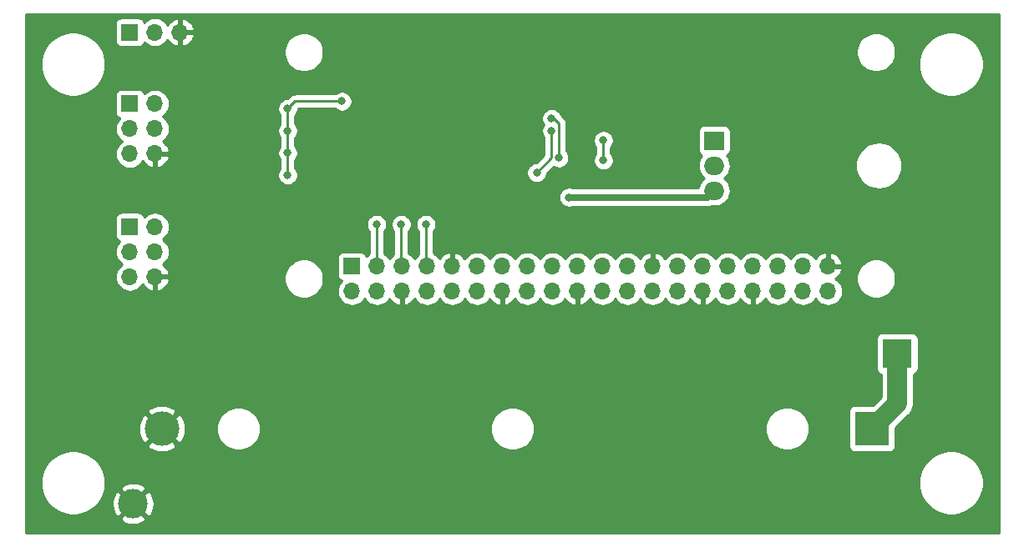
<source format=gbl>
G04 #@! TF.GenerationSoftware,KiCad,Pcbnew,(5.1.2)-1*
G04 #@! TF.CreationDate,2019-06-30T13:56:13+03:00*
G04 #@! TF.ProjectId,rpizero-lowpower,7270697a-6572-46f2-9d6c-6f77706f7765,0.1.0*
G04 #@! TF.SameCoordinates,Original*
G04 #@! TF.FileFunction,Copper,L2,Bot*
G04 #@! TF.FilePolarity,Positive*
%FSLAX46Y46*%
G04 Gerber Fmt 4.6, Leading zero omitted, Abs format (unit mm)*
G04 Created by KiCad (PCBNEW (5.1.2)-1) date 2019-06-30 13:56:13*
%MOMM*%
%LPD*%
G04 APERTURE LIST*
%ADD10O,1.700000X1.700000*%
%ADD11R,1.700000X1.700000*%
%ADD12O,2.000000X1.905000*%
%ADD13R,2.000000X1.905000*%
%ADD14C,3.500000*%
%ADD15R,3.500000X3.500000*%
%ADD16C,3.000000*%
%ADD17R,3.000000X3.000000*%
%ADD18C,0.800000*%
%ADD19C,0.250000*%
%ADD20C,2.000000*%
%ADD21C,0.700000*%
%ADD22C,0.254000*%
G04 APERTURE END LIST*
D10*
X104508000Y-92770000D03*
X101968000Y-90230000D03*
X117208000Y-90230000D03*
X117208000Y-92770000D03*
X101968000Y-92770000D03*
X104508000Y-90230000D03*
X99428000Y-92770000D03*
D11*
X99428000Y-90230000D03*
D10*
X127368000Y-90230000D03*
X127368000Y-92770000D03*
X112128000Y-90230000D03*
X112128000Y-92770000D03*
X132448000Y-90230000D03*
X132448000Y-92770000D03*
X114668000Y-90230000D03*
X114668000Y-92770000D03*
X109588000Y-90230000D03*
X109588000Y-92770000D03*
X122288000Y-90230000D03*
X122288000Y-92770000D03*
X145148000Y-90230000D03*
X145148000Y-92770000D03*
X140068000Y-90230000D03*
X140068000Y-92770000D03*
X142608000Y-90230000D03*
X142608000Y-92770000D03*
X119748000Y-90230000D03*
X119748000Y-92770000D03*
X137528000Y-90230000D03*
X137528000Y-92770000D03*
X107048000Y-90230000D03*
X107048000Y-92770000D03*
X134988000Y-90230000D03*
X134988000Y-92770000D03*
X124828000Y-90230000D03*
X124828000Y-92770000D03*
X129908000Y-90230000D03*
X129908000Y-92770000D03*
X147688000Y-90230000D03*
X147688000Y-92770000D03*
D12*
X136178000Y-82560000D03*
X136178000Y-80020000D03*
D13*
X136178000Y-77480000D03*
D10*
X79468000Y-78810000D03*
X76928000Y-78810000D03*
X79468000Y-76270000D03*
X76928000Y-76270000D03*
X79468000Y-73730000D03*
D11*
X76928000Y-73730000D03*
D10*
X82008000Y-66480000D03*
X79468000Y-66480000D03*
D11*
X76928000Y-66480000D03*
D10*
X79468000Y-91310000D03*
X76928000Y-91310000D03*
X79468000Y-88770000D03*
X76928000Y-88770000D03*
X79468000Y-86230000D03*
D11*
X76928000Y-86230000D03*
D14*
X80178000Y-106730000D03*
D15*
X152178000Y-106730000D03*
D16*
X77248000Y-114350000D03*
D17*
X154718000Y-99110000D03*
D18*
X92928000Y-80980000D03*
X92928000Y-78730000D03*
X92928000Y-76480000D03*
X92928000Y-74230000D03*
X98428000Y-73480000D03*
X121428000Y-83230000D03*
X113428000Y-80980000D03*
X113428000Y-78730000D03*
X113415347Y-71992653D03*
X113428000Y-69730000D03*
X107928000Y-67980000D03*
X130178000Y-69749000D03*
X130178000Y-74249000D03*
X119428000Y-83230000D03*
X113427978Y-76480000D03*
X113428000Y-74230000D03*
X130194000Y-80998000D03*
X130194000Y-78712000D03*
X106928000Y-85980000D03*
X104428000Y-85980000D03*
X119678000Y-75230008D03*
X120428000Y-79230000D03*
X101928000Y-85980000D03*
X118178000Y-80730000D03*
X119678000Y-76480000D03*
X124920510Y-77450772D03*
X124928010Y-79478140D03*
D19*
X92928000Y-80980000D02*
X92928000Y-78730000D01*
X92928000Y-76480000D02*
X92928000Y-78730000D01*
X92928000Y-74230000D02*
X92928000Y-76480000D01*
X93678000Y-73480000D02*
X92928000Y-74230000D01*
X98428000Y-73480000D02*
X93678000Y-73480000D01*
D20*
X154718000Y-104190000D02*
X152178000Y-106730000D01*
X154718000Y-99110000D02*
X154718000Y-104190000D01*
D21*
X136178000Y-82560000D02*
X135508000Y-83230000D01*
X135508000Y-83230000D02*
X121428000Y-83230000D01*
D19*
X106928000Y-90110000D02*
X107048000Y-90230000D01*
X106928000Y-85980000D02*
X106928000Y-90110000D01*
X104428000Y-90150000D02*
X104508000Y-90230000D01*
X104428000Y-85980000D02*
X104428000Y-90150000D01*
X120428000Y-79230000D02*
X120428000Y-75730000D01*
X119928008Y-75230008D02*
X119678000Y-75230008D01*
X120428000Y-75730000D02*
X119928008Y-75230008D01*
X101928000Y-90190000D02*
X101968000Y-90230000D01*
X101928000Y-85980000D02*
X101928000Y-90190000D01*
X118178000Y-80730000D02*
X119678000Y-79230000D01*
X119678000Y-79230000D02*
X119678000Y-76480000D01*
X124920510Y-77450772D02*
X124920510Y-79470640D01*
X124920510Y-79470640D02*
X124928010Y-79478140D01*
D22*
G36*
X164993001Y-117295000D02*
G01*
X66363000Y-117295000D01*
X66363000Y-115841653D01*
X75935952Y-115841653D01*
X76091962Y-116157214D01*
X76466745Y-116348020D01*
X76871551Y-116462044D01*
X77290824Y-116494902D01*
X77708451Y-116445334D01*
X78108383Y-116315243D01*
X78404038Y-116157214D01*
X78560048Y-115841653D01*
X77248000Y-114529605D01*
X75935952Y-115841653D01*
X66363000Y-115841653D01*
X66363000Y-111906456D01*
X67893000Y-111906456D01*
X67893000Y-112553544D01*
X68019240Y-113188199D01*
X68266871Y-113786031D01*
X68626374Y-114324066D01*
X69083934Y-114781626D01*
X69621969Y-115141129D01*
X70219801Y-115388760D01*
X70854456Y-115515000D01*
X71501544Y-115515000D01*
X72136199Y-115388760D01*
X72734031Y-115141129D01*
X73272066Y-114781626D01*
X73660868Y-114392824D01*
X75103098Y-114392824D01*
X75152666Y-114810451D01*
X75282757Y-115210383D01*
X75440786Y-115506038D01*
X75756347Y-115662048D01*
X77068395Y-114350000D01*
X77427605Y-114350000D01*
X78739653Y-115662048D01*
X79055214Y-115506038D01*
X79246020Y-115131255D01*
X79360044Y-114726449D01*
X79392902Y-114307176D01*
X79343334Y-113889549D01*
X79213243Y-113489617D01*
X79055214Y-113193962D01*
X78739653Y-113037952D01*
X77427605Y-114350000D01*
X77068395Y-114350000D01*
X75756347Y-113037952D01*
X75440786Y-113193962D01*
X75249980Y-113568745D01*
X75135956Y-113973551D01*
X75103098Y-114392824D01*
X73660868Y-114392824D01*
X73729626Y-114324066D01*
X74089129Y-113786031D01*
X74336760Y-113188199D01*
X74402371Y-112858347D01*
X75935952Y-112858347D01*
X77248000Y-114170395D01*
X78560048Y-112858347D01*
X78404038Y-112542786D01*
X78029255Y-112351980D01*
X77624449Y-112237956D01*
X77205176Y-112205098D01*
X76787549Y-112254666D01*
X76387617Y-112384757D01*
X76091962Y-112542786D01*
X75935952Y-112858347D01*
X74402371Y-112858347D01*
X74463000Y-112553544D01*
X74463000Y-111906456D01*
X156893000Y-111906456D01*
X156893000Y-112553544D01*
X157019240Y-113188199D01*
X157266871Y-113786031D01*
X157626374Y-114324066D01*
X158083934Y-114781626D01*
X158621969Y-115141129D01*
X159219801Y-115388760D01*
X159854456Y-115515000D01*
X160501544Y-115515000D01*
X161136199Y-115388760D01*
X161734031Y-115141129D01*
X162272066Y-114781626D01*
X162729626Y-114324066D01*
X163089129Y-113786031D01*
X163336760Y-113188199D01*
X163463000Y-112553544D01*
X163463000Y-111906456D01*
X163336760Y-111271801D01*
X163089129Y-110673969D01*
X162729626Y-110135934D01*
X162272066Y-109678374D01*
X161734031Y-109318871D01*
X161136199Y-109071240D01*
X160501544Y-108945000D01*
X159854456Y-108945000D01*
X159219801Y-109071240D01*
X158621969Y-109318871D01*
X158083934Y-109678374D01*
X157626374Y-110135934D01*
X157266871Y-110673969D01*
X157019240Y-111271801D01*
X156893000Y-111906456D01*
X74463000Y-111906456D01*
X74336760Y-111271801D01*
X74089129Y-110673969D01*
X73729626Y-110135934D01*
X73272066Y-109678374D01*
X72734031Y-109318871D01*
X72136199Y-109071240D01*
X71501544Y-108945000D01*
X70854456Y-108945000D01*
X70219801Y-109071240D01*
X69621969Y-109318871D01*
X69083934Y-109678374D01*
X68626374Y-110135934D01*
X68266871Y-110673969D01*
X68019240Y-111271801D01*
X67893000Y-111906456D01*
X66363000Y-111906456D01*
X66363000Y-108399609D01*
X78687997Y-108399609D01*
X78874073Y-108740766D01*
X79291409Y-108956513D01*
X79742815Y-109086696D01*
X80210946Y-109126313D01*
X80677811Y-109073842D01*
X81125468Y-108931297D01*
X81481927Y-108740766D01*
X81668003Y-108399609D01*
X80178000Y-106909605D01*
X78687997Y-108399609D01*
X66363000Y-108399609D01*
X66363000Y-106762946D01*
X77781687Y-106762946D01*
X77834158Y-107229811D01*
X77976703Y-107677468D01*
X78167234Y-108033927D01*
X78508391Y-108220003D01*
X79998395Y-106730000D01*
X80357605Y-106730000D01*
X81847609Y-108220003D01*
X82188766Y-108033927D01*
X82404513Y-107616591D01*
X82534696Y-107165185D01*
X82574313Y-106697054D01*
X82553276Y-106509872D01*
X85688000Y-106509872D01*
X85688000Y-106950128D01*
X85773890Y-107381925D01*
X85942369Y-107788669D01*
X86186962Y-108154729D01*
X86498271Y-108466038D01*
X86864331Y-108710631D01*
X87271075Y-108879110D01*
X87702872Y-108965000D01*
X88143128Y-108965000D01*
X88574925Y-108879110D01*
X88981669Y-108710631D01*
X89347729Y-108466038D01*
X89659038Y-108154729D01*
X89903631Y-107788669D01*
X90072110Y-107381925D01*
X90158000Y-106950128D01*
X90158000Y-106509872D01*
X113493000Y-106509872D01*
X113493000Y-106950128D01*
X113578890Y-107381925D01*
X113747369Y-107788669D01*
X113991962Y-108154729D01*
X114303271Y-108466038D01*
X114669331Y-108710631D01*
X115076075Y-108879110D01*
X115507872Y-108965000D01*
X115948128Y-108965000D01*
X116379925Y-108879110D01*
X116786669Y-108710631D01*
X117152729Y-108466038D01*
X117464038Y-108154729D01*
X117708631Y-107788669D01*
X117877110Y-107381925D01*
X117963000Y-106950128D01*
X117963000Y-106509872D01*
X141298000Y-106509872D01*
X141298000Y-106950128D01*
X141383890Y-107381925D01*
X141552369Y-107788669D01*
X141796962Y-108154729D01*
X142108271Y-108466038D01*
X142474331Y-108710631D01*
X142881075Y-108879110D01*
X143312872Y-108965000D01*
X143753128Y-108965000D01*
X144184925Y-108879110D01*
X144591669Y-108710631D01*
X144957729Y-108466038D01*
X145269038Y-108154729D01*
X145513631Y-107788669D01*
X145682110Y-107381925D01*
X145768000Y-106950128D01*
X145768000Y-106509872D01*
X145682110Y-106078075D01*
X145513631Y-105671331D01*
X145269038Y-105305271D01*
X144957729Y-104993962D01*
X144936834Y-104980000D01*
X149789928Y-104980000D01*
X149789928Y-108480000D01*
X149802188Y-108604482D01*
X149838498Y-108724180D01*
X149897463Y-108834494D01*
X149976815Y-108931185D01*
X150073506Y-109010537D01*
X150183820Y-109069502D01*
X150303518Y-109105812D01*
X150428000Y-109118072D01*
X153928000Y-109118072D01*
X154052482Y-109105812D01*
X154172180Y-109069502D01*
X154282494Y-109010537D01*
X154379185Y-108931185D01*
X154458537Y-108834494D01*
X154517502Y-108724180D01*
X154553812Y-108604482D01*
X154566072Y-108480000D01*
X154566072Y-106654166D01*
X155817319Y-105402920D01*
X155879714Y-105351714D01*
X156084031Y-105102752D01*
X156235852Y-104818715D01*
X156329343Y-104510516D01*
X156353000Y-104270322D01*
X156353000Y-104270320D01*
X156360911Y-104190001D01*
X156353000Y-104109681D01*
X156353000Y-101232621D01*
X156462180Y-101199502D01*
X156572494Y-101140537D01*
X156669185Y-101061185D01*
X156748537Y-100964494D01*
X156807502Y-100854180D01*
X156843812Y-100734482D01*
X156856072Y-100610000D01*
X156856072Y-97610000D01*
X156843812Y-97485518D01*
X156807502Y-97365820D01*
X156748537Y-97255506D01*
X156669185Y-97158815D01*
X156572494Y-97079463D01*
X156462180Y-97020498D01*
X156342482Y-96984188D01*
X156218000Y-96971928D01*
X153218000Y-96971928D01*
X153093518Y-96984188D01*
X152973820Y-97020498D01*
X152863506Y-97079463D01*
X152766815Y-97158815D01*
X152687463Y-97255506D01*
X152628498Y-97365820D01*
X152592188Y-97485518D01*
X152579928Y-97610000D01*
X152579928Y-100610000D01*
X152592188Y-100734482D01*
X152628498Y-100854180D01*
X152687463Y-100964494D01*
X152766815Y-101061185D01*
X152863506Y-101140537D01*
X152973820Y-101199502D01*
X153083000Y-101232622D01*
X153083001Y-103512760D01*
X152253834Y-104341928D01*
X150428000Y-104341928D01*
X150303518Y-104354188D01*
X150183820Y-104390498D01*
X150073506Y-104449463D01*
X149976815Y-104528815D01*
X149897463Y-104625506D01*
X149838498Y-104735820D01*
X149802188Y-104855518D01*
X149789928Y-104980000D01*
X144936834Y-104980000D01*
X144591669Y-104749369D01*
X144184925Y-104580890D01*
X143753128Y-104495000D01*
X143312872Y-104495000D01*
X142881075Y-104580890D01*
X142474331Y-104749369D01*
X142108271Y-104993962D01*
X141796962Y-105305271D01*
X141552369Y-105671331D01*
X141383890Y-106078075D01*
X141298000Y-106509872D01*
X117963000Y-106509872D01*
X117877110Y-106078075D01*
X117708631Y-105671331D01*
X117464038Y-105305271D01*
X117152729Y-104993962D01*
X116786669Y-104749369D01*
X116379925Y-104580890D01*
X115948128Y-104495000D01*
X115507872Y-104495000D01*
X115076075Y-104580890D01*
X114669331Y-104749369D01*
X114303271Y-104993962D01*
X113991962Y-105305271D01*
X113747369Y-105671331D01*
X113578890Y-106078075D01*
X113493000Y-106509872D01*
X90158000Y-106509872D01*
X90072110Y-106078075D01*
X89903631Y-105671331D01*
X89659038Y-105305271D01*
X89347729Y-104993962D01*
X88981669Y-104749369D01*
X88574925Y-104580890D01*
X88143128Y-104495000D01*
X87702872Y-104495000D01*
X87271075Y-104580890D01*
X86864331Y-104749369D01*
X86498271Y-104993962D01*
X86186962Y-105305271D01*
X85942369Y-105671331D01*
X85773890Y-106078075D01*
X85688000Y-106509872D01*
X82553276Y-106509872D01*
X82521842Y-106230189D01*
X82379297Y-105782532D01*
X82188766Y-105426073D01*
X81847609Y-105239997D01*
X80357605Y-106730000D01*
X79998395Y-106730000D01*
X78508391Y-105239997D01*
X78167234Y-105426073D01*
X77951487Y-105843409D01*
X77821304Y-106294815D01*
X77781687Y-106762946D01*
X66363000Y-106762946D01*
X66363000Y-105060391D01*
X78687997Y-105060391D01*
X80178000Y-106550395D01*
X81668003Y-105060391D01*
X81481927Y-104719234D01*
X81064591Y-104503487D01*
X80613185Y-104373304D01*
X80145054Y-104333687D01*
X79678189Y-104386158D01*
X79230532Y-104528703D01*
X78874073Y-104719234D01*
X78687997Y-105060391D01*
X66363000Y-105060391D01*
X66363000Y-88770000D01*
X75435815Y-88770000D01*
X75464487Y-89061111D01*
X75549401Y-89341034D01*
X75687294Y-89599014D01*
X75872866Y-89825134D01*
X76098986Y-90010706D01*
X76153791Y-90040000D01*
X76098986Y-90069294D01*
X75872866Y-90254866D01*
X75687294Y-90480986D01*
X75549401Y-90738966D01*
X75464487Y-91018889D01*
X75435815Y-91310000D01*
X75464487Y-91601111D01*
X75549401Y-91881034D01*
X75687294Y-92139014D01*
X75872866Y-92365134D01*
X76098986Y-92550706D01*
X76356966Y-92688599D01*
X76636889Y-92773513D01*
X76855050Y-92795000D01*
X77000950Y-92795000D01*
X77219111Y-92773513D01*
X77499034Y-92688599D01*
X77757014Y-92550706D01*
X77983134Y-92365134D01*
X78168706Y-92139014D01*
X78199584Y-92081244D01*
X78370412Y-92310269D01*
X78586645Y-92505178D01*
X78836748Y-92654157D01*
X79111109Y-92751481D01*
X79341000Y-92630814D01*
X79341000Y-91437000D01*
X79595000Y-91437000D01*
X79595000Y-92630814D01*
X79824891Y-92751481D01*
X80099252Y-92654157D01*
X80349355Y-92505178D01*
X80565588Y-92310269D01*
X80739641Y-92076920D01*
X80864825Y-91814099D01*
X80909476Y-91666890D01*
X80788155Y-91437000D01*
X79595000Y-91437000D01*
X79341000Y-91437000D01*
X79321000Y-91437000D01*
X79321000Y-91302032D01*
X92548000Y-91302032D01*
X92548000Y-91697968D01*
X92625243Y-92086296D01*
X92776761Y-92452092D01*
X92996731Y-92781301D01*
X93276699Y-93061269D01*
X93605908Y-93281239D01*
X93971704Y-93432757D01*
X94360032Y-93510000D01*
X94755968Y-93510000D01*
X95144296Y-93432757D01*
X95510092Y-93281239D01*
X95839301Y-93061269D01*
X96119269Y-92781301D01*
X96126820Y-92770000D01*
X97935815Y-92770000D01*
X97964487Y-93061111D01*
X98049401Y-93341034D01*
X98187294Y-93599014D01*
X98372866Y-93825134D01*
X98598986Y-94010706D01*
X98856966Y-94148599D01*
X99136889Y-94233513D01*
X99355050Y-94255000D01*
X99500950Y-94255000D01*
X99719111Y-94233513D01*
X99999034Y-94148599D01*
X100257014Y-94010706D01*
X100483134Y-93825134D01*
X100668706Y-93599014D01*
X100698000Y-93544209D01*
X100727294Y-93599014D01*
X100912866Y-93825134D01*
X101138986Y-94010706D01*
X101396966Y-94148599D01*
X101676889Y-94233513D01*
X101895050Y-94255000D01*
X102040950Y-94255000D01*
X102259111Y-94233513D01*
X102539034Y-94148599D01*
X102797014Y-94010706D01*
X103023134Y-93825134D01*
X103208706Y-93599014D01*
X103243201Y-93534477D01*
X103312822Y-93651355D01*
X103507731Y-93867588D01*
X103741080Y-94041641D01*
X104003901Y-94166825D01*
X104151110Y-94211476D01*
X104381000Y-94090155D01*
X104381000Y-92897000D01*
X104361000Y-92897000D01*
X104361000Y-92643000D01*
X104381000Y-92643000D01*
X104381000Y-92623000D01*
X104635000Y-92623000D01*
X104635000Y-92643000D01*
X104655000Y-92643000D01*
X104655000Y-92897000D01*
X104635000Y-92897000D01*
X104635000Y-94090155D01*
X104864890Y-94211476D01*
X105012099Y-94166825D01*
X105274920Y-94041641D01*
X105508269Y-93867588D01*
X105703178Y-93651355D01*
X105772799Y-93534477D01*
X105807294Y-93599014D01*
X105992866Y-93825134D01*
X106218986Y-94010706D01*
X106476966Y-94148599D01*
X106756889Y-94233513D01*
X106975050Y-94255000D01*
X107120950Y-94255000D01*
X107339111Y-94233513D01*
X107619034Y-94148599D01*
X107877014Y-94010706D01*
X108103134Y-93825134D01*
X108288706Y-93599014D01*
X108318000Y-93544209D01*
X108347294Y-93599014D01*
X108532866Y-93825134D01*
X108758986Y-94010706D01*
X109016966Y-94148599D01*
X109296889Y-94233513D01*
X109515050Y-94255000D01*
X109660950Y-94255000D01*
X109879111Y-94233513D01*
X110159034Y-94148599D01*
X110417014Y-94010706D01*
X110643134Y-93825134D01*
X110828706Y-93599014D01*
X110858000Y-93544209D01*
X110887294Y-93599014D01*
X111072866Y-93825134D01*
X111298986Y-94010706D01*
X111556966Y-94148599D01*
X111836889Y-94233513D01*
X112055050Y-94255000D01*
X112200950Y-94255000D01*
X112419111Y-94233513D01*
X112699034Y-94148599D01*
X112957014Y-94010706D01*
X113183134Y-93825134D01*
X113368706Y-93599014D01*
X113403201Y-93534477D01*
X113472822Y-93651355D01*
X113667731Y-93867588D01*
X113901080Y-94041641D01*
X114163901Y-94166825D01*
X114311110Y-94211476D01*
X114541000Y-94090155D01*
X114541000Y-92897000D01*
X114521000Y-92897000D01*
X114521000Y-92643000D01*
X114541000Y-92643000D01*
X114541000Y-92623000D01*
X114795000Y-92623000D01*
X114795000Y-92643000D01*
X114815000Y-92643000D01*
X114815000Y-92897000D01*
X114795000Y-92897000D01*
X114795000Y-94090155D01*
X115024890Y-94211476D01*
X115172099Y-94166825D01*
X115434920Y-94041641D01*
X115668269Y-93867588D01*
X115863178Y-93651355D01*
X115932799Y-93534477D01*
X115967294Y-93599014D01*
X116152866Y-93825134D01*
X116378986Y-94010706D01*
X116636966Y-94148599D01*
X116916889Y-94233513D01*
X117135050Y-94255000D01*
X117280950Y-94255000D01*
X117499111Y-94233513D01*
X117779034Y-94148599D01*
X118037014Y-94010706D01*
X118263134Y-93825134D01*
X118448706Y-93599014D01*
X118478000Y-93544209D01*
X118507294Y-93599014D01*
X118692866Y-93825134D01*
X118918986Y-94010706D01*
X119176966Y-94148599D01*
X119456889Y-94233513D01*
X119675050Y-94255000D01*
X119820950Y-94255000D01*
X120039111Y-94233513D01*
X120319034Y-94148599D01*
X120577014Y-94010706D01*
X120803134Y-93825134D01*
X120988706Y-93599014D01*
X121023201Y-93534477D01*
X121092822Y-93651355D01*
X121287731Y-93867588D01*
X121521080Y-94041641D01*
X121783901Y-94166825D01*
X121931110Y-94211476D01*
X122161000Y-94090155D01*
X122161000Y-92897000D01*
X122141000Y-92897000D01*
X122141000Y-92643000D01*
X122161000Y-92643000D01*
X122161000Y-92623000D01*
X122415000Y-92623000D01*
X122415000Y-92643000D01*
X122435000Y-92643000D01*
X122435000Y-92897000D01*
X122415000Y-92897000D01*
X122415000Y-94090155D01*
X122644890Y-94211476D01*
X122792099Y-94166825D01*
X123054920Y-94041641D01*
X123288269Y-93867588D01*
X123483178Y-93651355D01*
X123552799Y-93534477D01*
X123587294Y-93599014D01*
X123772866Y-93825134D01*
X123998986Y-94010706D01*
X124256966Y-94148599D01*
X124536889Y-94233513D01*
X124755050Y-94255000D01*
X124900950Y-94255000D01*
X125119111Y-94233513D01*
X125399034Y-94148599D01*
X125657014Y-94010706D01*
X125883134Y-93825134D01*
X126068706Y-93599014D01*
X126098000Y-93544209D01*
X126127294Y-93599014D01*
X126312866Y-93825134D01*
X126538986Y-94010706D01*
X126796966Y-94148599D01*
X127076889Y-94233513D01*
X127295050Y-94255000D01*
X127440950Y-94255000D01*
X127659111Y-94233513D01*
X127939034Y-94148599D01*
X128197014Y-94010706D01*
X128423134Y-93825134D01*
X128608706Y-93599014D01*
X128638000Y-93544209D01*
X128667294Y-93599014D01*
X128852866Y-93825134D01*
X129078986Y-94010706D01*
X129336966Y-94148599D01*
X129616889Y-94233513D01*
X129835050Y-94255000D01*
X129980950Y-94255000D01*
X130199111Y-94233513D01*
X130479034Y-94148599D01*
X130737014Y-94010706D01*
X130963134Y-93825134D01*
X131148706Y-93599014D01*
X131178000Y-93544209D01*
X131207294Y-93599014D01*
X131392866Y-93825134D01*
X131618986Y-94010706D01*
X131876966Y-94148599D01*
X132156889Y-94233513D01*
X132375050Y-94255000D01*
X132520950Y-94255000D01*
X132739111Y-94233513D01*
X133019034Y-94148599D01*
X133277014Y-94010706D01*
X133503134Y-93825134D01*
X133688706Y-93599014D01*
X133723201Y-93534477D01*
X133792822Y-93651355D01*
X133987731Y-93867588D01*
X134221080Y-94041641D01*
X134483901Y-94166825D01*
X134631110Y-94211476D01*
X134861000Y-94090155D01*
X134861000Y-92897000D01*
X134841000Y-92897000D01*
X134841000Y-92643000D01*
X134861000Y-92643000D01*
X134861000Y-92623000D01*
X135115000Y-92623000D01*
X135115000Y-92643000D01*
X135135000Y-92643000D01*
X135135000Y-92897000D01*
X135115000Y-92897000D01*
X135115000Y-94090155D01*
X135344890Y-94211476D01*
X135492099Y-94166825D01*
X135754920Y-94041641D01*
X135988269Y-93867588D01*
X136183178Y-93651355D01*
X136252799Y-93534477D01*
X136287294Y-93599014D01*
X136472866Y-93825134D01*
X136698986Y-94010706D01*
X136956966Y-94148599D01*
X137236889Y-94233513D01*
X137455050Y-94255000D01*
X137600950Y-94255000D01*
X137819111Y-94233513D01*
X138099034Y-94148599D01*
X138357014Y-94010706D01*
X138583134Y-93825134D01*
X138768706Y-93599014D01*
X138803201Y-93534477D01*
X138872822Y-93651355D01*
X139067731Y-93867588D01*
X139301080Y-94041641D01*
X139563901Y-94166825D01*
X139711110Y-94211476D01*
X139941000Y-94090155D01*
X139941000Y-92897000D01*
X139921000Y-92897000D01*
X139921000Y-92643000D01*
X139941000Y-92643000D01*
X139941000Y-92623000D01*
X140195000Y-92623000D01*
X140195000Y-92643000D01*
X140215000Y-92643000D01*
X140215000Y-92897000D01*
X140195000Y-92897000D01*
X140195000Y-94090155D01*
X140424890Y-94211476D01*
X140572099Y-94166825D01*
X140834920Y-94041641D01*
X141068269Y-93867588D01*
X141263178Y-93651355D01*
X141332799Y-93534477D01*
X141367294Y-93599014D01*
X141552866Y-93825134D01*
X141778986Y-94010706D01*
X142036966Y-94148599D01*
X142316889Y-94233513D01*
X142535050Y-94255000D01*
X142680950Y-94255000D01*
X142899111Y-94233513D01*
X143179034Y-94148599D01*
X143437014Y-94010706D01*
X143663134Y-93825134D01*
X143848706Y-93599014D01*
X143878000Y-93544209D01*
X143907294Y-93599014D01*
X144092866Y-93825134D01*
X144318986Y-94010706D01*
X144576966Y-94148599D01*
X144856889Y-94233513D01*
X145075050Y-94255000D01*
X145220950Y-94255000D01*
X145439111Y-94233513D01*
X145719034Y-94148599D01*
X145977014Y-94010706D01*
X146203134Y-93825134D01*
X146388706Y-93599014D01*
X146418000Y-93544209D01*
X146447294Y-93599014D01*
X146632866Y-93825134D01*
X146858986Y-94010706D01*
X147116966Y-94148599D01*
X147396889Y-94233513D01*
X147615050Y-94255000D01*
X147760950Y-94255000D01*
X147979111Y-94233513D01*
X148259034Y-94148599D01*
X148517014Y-94010706D01*
X148743134Y-93825134D01*
X148928706Y-93599014D01*
X149066599Y-93341034D01*
X149151513Y-93061111D01*
X149180185Y-92770000D01*
X149151513Y-92478889D01*
X149066599Y-92198966D01*
X148928706Y-91940986D01*
X148743134Y-91714866D01*
X148517014Y-91529294D01*
X148459244Y-91498416D01*
X148688269Y-91327588D01*
X148711304Y-91302032D01*
X150548000Y-91302032D01*
X150548000Y-91697968D01*
X150625243Y-92086296D01*
X150776761Y-92452092D01*
X150996731Y-92781301D01*
X151276699Y-93061269D01*
X151605908Y-93281239D01*
X151971704Y-93432757D01*
X152360032Y-93510000D01*
X152755968Y-93510000D01*
X153144296Y-93432757D01*
X153510092Y-93281239D01*
X153839301Y-93061269D01*
X154119269Y-92781301D01*
X154339239Y-92452092D01*
X154490757Y-92086296D01*
X154568000Y-91697968D01*
X154568000Y-91302032D01*
X154490757Y-90913704D01*
X154339239Y-90547908D01*
X154119269Y-90218699D01*
X153839301Y-89938731D01*
X153510092Y-89718761D01*
X153144296Y-89567243D01*
X152755968Y-89490000D01*
X152360032Y-89490000D01*
X151971704Y-89567243D01*
X151605908Y-89718761D01*
X151276699Y-89938731D01*
X150996731Y-90218699D01*
X150776761Y-90547908D01*
X150625243Y-90913704D01*
X150548000Y-91302032D01*
X148711304Y-91302032D01*
X148883178Y-91111355D01*
X149032157Y-90861252D01*
X149129481Y-90586891D01*
X149008814Y-90357000D01*
X147815000Y-90357000D01*
X147815000Y-90377000D01*
X147561000Y-90377000D01*
X147561000Y-90357000D01*
X147541000Y-90357000D01*
X147541000Y-90103000D01*
X147561000Y-90103000D01*
X147561000Y-88909845D01*
X147815000Y-88909845D01*
X147815000Y-90103000D01*
X149008814Y-90103000D01*
X149129481Y-89873109D01*
X149032157Y-89598748D01*
X148883178Y-89348645D01*
X148688269Y-89132412D01*
X148454920Y-88958359D01*
X148192099Y-88833175D01*
X148044890Y-88788524D01*
X147815000Y-88909845D01*
X147561000Y-88909845D01*
X147331110Y-88788524D01*
X147183901Y-88833175D01*
X146921080Y-88958359D01*
X146687731Y-89132412D01*
X146492822Y-89348645D01*
X146423201Y-89465523D01*
X146388706Y-89400986D01*
X146203134Y-89174866D01*
X145977014Y-88989294D01*
X145719034Y-88851401D01*
X145439111Y-88766487D01*
X145220950Y-88745000D01*
X145075050Y-88745000D01*
X144856889Y-88766487D01*
X144576966Y-88851401D01*
X144318986Y-88989294D01*
X144092866Y-89174866D01*
X143907294Y-89400986D01*
X143878000Y-89455791D01*
X143848706Y-89400986D01*
X143663134Y-89174866D01*
X143437014Y-88989294D01*
X143179034Y-88851401D01*
X142899111Y-88766487D01*
X142680950Y-88745000D01*
X142535050Y-88745000D01*
X142316889Y-88766487D01*
X142036966Y-88851401D01*
X141778986Y-88989294D01*
X141552866Y-89174866D01*
X141367294Y-89400986D01*
X141338000Y-89455791D01*
X141308706Y-89400986D01*
X141123134Y-89174866D01*
X140897014Y-88989294D01*
X140639034Y-88851401D01*
X140359111Y-88766487D01*
X140140950Y-88745000D01*
X139995050Y-88745000D01*
X139776889Y-88766487D01*
X139496966Y-88851401D01*
X139238986Y-88989294D01*
X139012866Y-89174866D01*
X138827294Y-89400986D01*
X138798000Y-89455791D01*
X138768706Y-89400986D01*
X138583134Y-89174866D01*
X138357014Y-88989294D01*
X138099034Y-88851401D01*
X137819111Y-88766487D01*
X137600950Y-88745000D01*
X137455050Y-88745000D01*
X137236889Y-88766487D01*
X136956966Y-88851401D01*
X136698986Y-88989294D01*
X136472866Y-89174866D01*
X136287294Y-89400986D01*
X136258000Y-89455791D01*
X136228706Y-89400986D01*
X136043134Y-89174866D01*
X135817014Y-88989294D01*
X135559034Y-88851401D01*
X135279111Y-88766487D01*
X135060950Y-88745000D01*
X134915050Y-88745000D01*
X134696889Y-88766487D01*
X134416966Y-88851401D01*
X134158986Y-88989294D01*
X133932866Y-89174866D01*
X133747294Y-89400986D01*
X133718000Y-89455791D01*
X133688706Y-89400986D01*
X133503134Y-89174866D01*
X133277014Y-88989294D01*
X133019034Y-88851401D01*
X132739111Y-88766487D01*
X132520950Y-88745000D01*
X132375050Y-88745000D01*
X132156889Y-88766487D01*
X131876966Y-88851401D01*
X131618986Y-88989294D01*
X131392866Y-89174866D01*
X131207294Y-89400986D01*
X131172799Y-89465523D01*
X131103178Y-89348645D01*
X130908269Y-89132412D01*
X130674920Y-88958359D01*
X130412099Y-88833175D01*
X130264890Y-88788524D01*
X130035000Y-88909845D01*
X130035000Y-90103000D01*
X130055000Y-90103000D01*
X130055000Y-90357000D01*
X130035000Y-90357000D01*
X130035000Y-90377000D01*
X129781000Y-90377000D01*
X129781000Y-90357000D01*
X129761000Y-90357000D01*
X129761000Y-90103000D01*
X129781000Y-90103000D01*
X129781000Y-88909845D01*
X129551110Y-88788524D01*
X129403901Y-88833175D01*
X129141080Y-88958359D01*
X128907731Y-89132412D01*
X128712822Y-89348645D01*
X128643201Y-89465523D01*
X128608706Y-89400986D01*
X128423134Y-89174866D01*
X128197014Y-88989294D01*
X127939034Y-88851401D01*
X127659111Y-88766487D01*
X127440950Y-88745000D01*
X127295050Y-88745000D01*
X127076889Y-88766487D01*
X126796966Y-88851401D01*
X126538986Y-88989294D01*
X126312866Y-89174866D01*
X126127294Y-89400986D01*
X126098000Y-89455791D01*
X126068706Y-89400986D01*
X125883134Y-89174866D01*
X125657014Y-88989294D01*
X125399034Y-88851401D01*
X125119111Y-88766487D01*
X124900950Y-88745000D01*
X124755050Y-88745000D01*
X124536889Y-88766487D01*
X124256966Y-88851401D01*
X123998986Y-88989294D01*
X123772866Y-89174866D01*
X123587294Y-89400986D01*
X123558000Y-89455791D01*
X123528706Y-89400986D01*
X123343134Y-89174866D01*
X123117014Y-88989294D01*
X122859034Y-88851401D01*
X122579111Y-88766487D01*
X122360950Y-88745000D01*
X122215050Y-88745000D01*
X121996889Y-88766487D01*
X121716966Y-88851401D01*
X121458986Y-88989294D01*
X121232866Y-89174866D01*
X121047294Y-89400986D01*
X121018000Y-89455791D01*
X120988706Y-89400986D01*
X120803134Y-89174866D01*
X120577014Y-88989294D01*
X120319034Y-88851401D01*
X120039111Y-88766487D01*
X119820950Y-88745000D01*
X119675050Y-88745000D01*
X119456889Y-88766487D01*
X119176966Y-88851401D01*
X118918986Y-88989294D01*
X118692866Y-89174866D01*
X118507294Y-89400986D01*
X118478000Y-89455791D01*
X118448706Y-89400986D01*
X118263134Y-89174866D01*
X118037014Y-88989294D01*
X117779034Y-88851401D01*
X117499111Y-88766487D01*
X117280950Y-88745000D01*
X117135050Y-88745000D01*
X116916889Y-88766487D01*
X116636966Y-88851401D01*
X116378986Y-88989294D01*
X116152866Y-89174866D01*
X115967294Y-89400986D01*
X115938000Y-89455791D01*
X115908706Y-89400986D01*
X115723134Y-89174866D01*
X115497014Y-88989294D01*
X115239034Y-88851401D01*
X114959111Y-88766487D01*
X114740950Y-88745000D01*
X114595050Y-88745000D01*
X114376889Y-88766487D01*
X114096966Y-88851401D01*
X113838986Y-88989294D01*
X113612866Y-89174866D01*
X113427294Y-89400986D01*
X113398000Y-89455791D01*
X113368706Y-89400986D01*
X113183134Y-89174866D01*
X112957014Y-88989294D01*
X112699034Y-88851401D01*
X112419111Y-88766487D01*
X112200950Y-88745000D01*
X112055050Y-88745000D01*
X111836889Y-88766487D01*
X111556966Y-88851401D01*
X111298986Y-88989294D01*
X111072866Y-89174866D01*
X110887294Y-89400986D01*
X110852799Y-89465523D01*
X110783178Y-89348645D01*
X110588269Y-89132412D01*
X110354920Y-88958359D01*
X110092099Y-88833175D01*
X109944890Y-88788524D01*
X109715000Y-88909845D01*
X109715000Y-90103000D01*
X109735000Y-90103000D01*
X109735000Y-90357000D01*
X109715000Y-90357000D01*
X109715000Y-90377000D01*
X109461000Y-90377000D01*
X109461000Y-90357000D01*
X109441000Y-90357000D01*
X109441000Y-90103000D01*
X109461000Y-90103000D01*
X109461000Y-88909845D01*
X109231110Y-88788524D01*
X109083901Y-88833175D01*
X108821080Y-88958359D01*
X108587731Y-89132412D01*
X108392822Y-89348645D01*
X108323201Y-89465523D01*
X108288706Y-89400986D01*
X108103134Y-89174866D01*
X107877014Y-88989294D01*
X107688000Y-88888264D01*
X107688000Y-86683711D01*
X107731937Y-86639774D01*
X107845205Y-86470256D01*
X107923226Y-86281898D01*
X107963000Y-86081939D01*
X107963000Y-85878061D01*
X107923226Y-85678102D01*
X107845205Y-85489744D01*
X107731937Y-85320226D01*
X107587774Y-85176063D01*
X107418256Y-85062795D01*
X107229898Y-84984774D01*
X107029939Y-84945000D01*
X106826061Y-84945000D01*
X106626102Y-84984774D01*
X106437744Y-85062795D01*
X106268226Y-85176063D01*
X106124063Y-85320226D01*
X106010795Y-85489744D01*
X105932774Y-85678102D01*
X105893000Y-85878061D01*
X105893000Y-86081939D01*
X105932774Y-86281898D01*
X106010795Y-86470256D01*
X106124063Y-86639774D01*
X106168000Y-86683711D01*
X106168001Y-89031137D01*
X105992866Y-89174866D01*
X105807294Y-89400986D01*
X105778000Y-89455791D01*
X105748706Y-89400986D01*
X105563134Y-89174866D01*
X105337014Y-88989294D01*
X105188000Y-88909644D01*
X105188000Y-86683711D01*
X105231937Y-86639774D01*
X105345205Y-86470256D01*
X105423226Y-86281898D01*
X105463000Y-86081939D01*
X105463000Y-85878061D01*
X105423226Y-85678102D01*
X105345205Y-85489744D01*
X105231937Y-85320226D01*
X105087774Y-85176063D01*
X104918256Y-85062795D01*
X104729898Y-84984774D01*
X104529939Y-84945000D01*
X104326061Y-84945000D01*
X104126102Y-84984774D01*
X103937744Y-85062795D01*
X103768226Y-85176063D01*
X103624063Y-85320226D01*
X103510795Y-85489744D01*
X103432774Y-85678102D01*
X103393000Y-85878061D01*
X103393000Y-86081939D01*
X103432774Y-86281898D01*
X103510795Y-86470256D01*
X103624063Y-86639774D01*
X103668000Y-86683711D01*
X103668001Y-88998309D01*
X103452866Y-89174866D01*
X103267294Y-89400986D01*
X103238000Y-89455791D01*
X103208706Y-89400986D01*
X103023134Y-89174866D01*
X102797014Y-88989294D01*
X102688000Y-88931025D01*
X102688000Y-86683711D01*
X102731937Y-86639774D01*
X102845205Y-86470256D01*
X102923226Y-86281898D01*
X102963000Y-86081939D01*
X102963000Y-85878061D01*
X102923226Y-85678102D01*
X102845205Y-85489744D01*
X102731937Y-85320226D01*
X102587774Y-85176063D01*
X102418256Y-85062795D01*
X102229898Y-84984774D01*
X102029939Y-84945000D01*
X101826061Y-84945000D01*
X101626102Y-84984774D01*
X101437744Y-85062795D01*
X101268226Y-85176063D01*
X101124063Y-85320226D01*
X101010795Y-85489744D01*
X100932774Y-85678102D01*
X100893000Y-85878061D01*
X100893000Y-86081939D01*
X100932774Y-86281898D01*
X101010795Y-86470256D01*
X101124063Y-86639774D01*
X101168000Y-86683711D01*
X101168001Y-88973785D01*
X101138986Y-88989294D01*
X100912866Y-89174866D01*
X100888393Y-89204687D01*
X100867502Y-89135820D01*
X100808537Y-89025506D01*
X100729185Y-88928815D01*
X100632494Y-88849463D01*
X100522180Y-88790498D01*
X100402482Y-88754188D01*
X100278000Y-88741928D01*
X98578000Y-88741928D01*
X98453518Y-88754188D01*
X98333820Y-88790498D01*
X98223506Y-88849463D01*
X98126815Y-88928815D01*
X98047463Y-89025506D01*
X97988498Y-89135820D01*
X97952188Y-89255518D01*
X97939928Y-89380000D01*
X97939928Y-91080000D01*
X97952188Y-91204482D01*
X97988498Y-91324180D01*
X98047463Y-91434494D01*
X98126815Y-91531185D01*
X98223506Y-91610537D01*
X98333820Y-91669502D01*
X98402687Y-91690393D01*
X98372866Y-91714866D01*
X98187294Y-91940986D01*
X98049401Y-92198966D01*
X97964487Y-92478889D01*
X97935815Y-92770000D01*
X96126820Y-92770000D01*
X96339239Y-92452092D01*
X96490757Y-92086296D01*
X96568000Y-91697968D01*
X96568000Y-91302032D01*
X96490757Y-90913704D01*
X96339239Y-90547908D01*
X96119269Y-90218699D01*
X95839301Y-89938731D01*
X95510092Y-89718761D01*
X95144296Y-89567243D01*
X94755968Y-89490000D01*
X94360032Y-89490000D01*
X93971704Y-89567243D01*
X93605908Y-89718761D01*
X93276699Y-89938731D01*
X92996731Y-90218699D01*
X92776761Y-90547908D01*
X92625243Y-90913704D01*
X92548000Y-91302032D01*
X79321000Y-91302032D01*
X79321000Y-91183000D01*
X79341000Y-91183000D01*
X79341000Y-91163000D01*
X79595000Y-91163000D01*
X79595000Y-91183000D01*
X80788155Y-91183000D01*
X80909476Y-90953110D01*
X80864825Y-90805901D01*
X80739641Y-90543080D01*
X80565588Y-90309731D01*
X80349355Y-90114822D01*
X80232477Y-90045201D01*
X80297014Y-90010706D01*
X80523134Y-89825134D01*
X80708706Y-89599014D01*
X80846599Y-89341034D01*
X80931513Y-89061111D01*
X80960185Y-88770000D01*
X80931513Y-88478889D01*
X80846599Y-88198966D01*
X80708706Y-87940986D01*
X80523134Y-87714866D01*
X80297014Y-87529294D01*
X80242209Y-87500000D01*
X80297014Y-87470706D01*
X80523134Y-87285134D01*
X80708706Y-87059014D01*
X80846599Y-86801034D01*
X80931513Y-86521111D01*
X80960185Y-86230000D01*
X80931513Y-85938889D01*
X80846599Y-85658966D01*
X80708706Y-85400986D01*
X80523134Y-85174866D01*
X80297014Y-84989294D01*
X80039034Y-84851401D01*
X79759111Y-84766487D01*
X79540950Y-84745000D01*
X79395050Y-84745000D01*
X79176889Y-84766487D01*
X78896966Y-84851401D01*
X78638986Y-84989294D01*
X78412866Y-85174866D01*
X78388393Y-85204687D01*
X78367502Y-85135820D01*
X78308537Y-85025506D01*
X78229185Y-84928815D01*
X78132494Y-84849463D01*
X78022180Y-84790498D01*
X77902482Y-84754188D01*
X77778000Y-84741928D01*
X76078000Y-84741928D01*
X75953518Y-84754188D01*
X75833820Y-84790498D01*
X75723506Y-84849463D01*
X75626815Y-84928815D01*
X75547463Y-85025506D01*
X75488498Y-85135820D01*
X75452188Y-85255518D01*
X75439928Y-85380000D01*
X75439928Y-87080000D01*
X75452188Y-87204482D01*
X75488498Y-87324180D01*
X75547463Y-87434494D01*
X75626815Y-87531185D01*
X75723506Y-87610537D01*
X75833820Y-87669502D01*
X75902687Y-87690393D01*
X75872866Y-87714866D01*
X75687294Y-87940986D01*
X75549401Y-88198966D01*
X75464487Y-88478889D01*
X75435815Y-88770000D01*
X66363000Y-88770000D01*
X66363000Y-83128061D01*
X120393000Y-83128061D01*
X120393000Y-83331939D01*
X120432774Y-83531898D01*
X120510795Y-83720256D01*
X120624063Y-83889774D01*
X120768226Y-84033937D01*
X120937744Y-84147205D01*
X121126102Y-84225226D01*
X121326061Y-84265000D01*
X121529939Y-84265000D01*
X121729898Y-84225226D01*
X121754586Y-84215000D01*
X135459620Y-84215000D01*
X135508000Y-84219765D01*
X135556380Y-84215000D01*
X135701094Y-84200747D01*
X135886767Y-84144424D01*
X135907697Y-84133237D01*
X136052514Y-84147500D01*
X136303486Y-84147500D01*
X136536704Y-84124530D01*
X136835949Y-84033755D01*
X137111735Y-83886345D01*
X137353463Y-83687963D01*
X137551845Y-83446235D01*
X137699255Y-83170449D01*
X137790030Y-82871204D01*
X137820681Y-82560000D01*
X137790030Y-82248796D01*
X137699255Y-81949551D01*
X137551845Y-81673765D01*
X137353463Y-81432037D01*
X137180391Y-81290000D01*
X137353463Y-81147963D01*
X137551845Y-80906235D01*
X137699255Y-80630449D01*
X137790030Y-80331204D01*
X137820681Y-80020000D01*
X150441461Y-80020000D01*
X150487510Y-80487542D01*
X150623887Y-80937116D01*
X150845351Y-81351446D01*
X151143391Y-81714609D01*
X151506554Y-82012649D01*
X151920884Y-82234113D01*
X152370458Y-82370490D01*
X152720843Y-82405000D01*
X152955157Y-82405000D01*
X153305542Y-82370490D01*
X153755116Y-82234113D01*
X154169446Y-82012649D01*
X154532609Y-81714609D01*
X154830649Y-81351446D01*
X155052113Y-80937116D01*
X155188490Y-80487542D01*
X155234539Y-80020000D01*
X155188490Y-79552458D01*
X155052113Y-79102884D01*
X154830649Y-78688554D01*
X154532609Y-78325391D01*
X154169446Y-78027351D01*
X153755116Y-77805887D01*
X153305542Y-77669510D01*
X152955157Y-77635000D01*
X152720843Y-77635000D01*
X152370458Y-77669510D01*
X151920884Y-77805887D01*
X151506554Y-78027351D01*
X151143391Y-78325391D01*
X150845351Y-78688554D01*
X150623887Y-79102884D01*
X150487510Y-79552458D01*
X150441461Y-80020000D01*
X137820681Y-80020000D01*
X137790030Y-79708796D01*
X137699255Y-79409551D01*
X137551845Y-79133765D01*
X137448554Y-79007905D01*
X137532494Y-78963037D01*
X137629185Y-78883685D01*
X137708537Y-78786994D01*
X137767502Y-78676680D01*
X137803812Y-78556982D01*
X137816072Y-78432500D01*
X137816072Y-76527500D01*
X137803812Y-76403018D01*
X137767502Y-76283320D01*
X137708537Y-76173006D01*
X137629185Y-76076315D01*
X137532494Y-75996963D01*
X137422180Y-75937998D01*
X137302482Y-75901688D01*
X137178000Y-75889428D01*
X135178000Y-75889428D01*
X135053518Y-75901688D01*
X134933820Y-75937998D01*
X134823506Y-75996963D01*
X134726815Y-76076315D01*
X134647463Y-76173006D01*
X134588498Y-76283320D01*
X134552188Y-76403018D01*
X134539928Y-76527500D01*
X134539928Y-78432500D01*
X134552188Y-78556982D01*
X134588498Y-78676680D01*
X134647463Y-78786994D01*
X134726815Y-78883685D01*
X134823506Y-78963037D01*
X134907446Y-79007905D01*
X134804155Y-79133765D01*
X134656745Y-79409551D01*
X134565970Y-79708796D01*
X134535319Y-80020000D01*
X134565970Y-80331204D01*
X134656745Y-80630449D01*
X134804155Y-80906235D01*
X135002537Y-81147963D01*
X135175609Y-81290000D01*
X135002537Y-81432037D01*
X134804155Y-81673765D01*
X134656745Y-81949551D01*
X134567122Y-82245000D01*
X121754586Y-82245000D01*
X121729898Y-82234774D01*
X121529939Y-82195000D01*
X121326061Y-82195000D01*
X121126102Y-82234774D01*
X120937744Y-82312795D01*
X120768226Y-82426063D01*
X120624063Y-82570226D01*
X120510795Y-82739744D01*
X120432774Y-82928102D01*
X120393000Y-83128061D01*
X66363000Y-83128061D01*
X66363000Y-76270000D01*
X75435815Y-76270000D01*
X75464487Y-76561111D01*
X75549401Y-76841034D01*
X75687294Y-77099014D01*
X75872866Y-77325134D01*
X76098986Y-77510706D01*
X76153791Y-77540000D01*
X76098986Y-77569294D01*
X75872866Y-77754866D01*
X75687294Y-77980986D01*
X75549401Y-78238966D01*
X75464487Y-78518889D01*
X75435815Y-78810000D01*
X75464487Y-79101111D01*
X75549401Y-79381034D01*
X75687294Y-79639014D01*
X75872866Y-79865134D01*
X76098986Y-80050706D01*
X76356966Y-80188599D01*
X76636889Y-80273513D01*
X76855050Y-80295000D01*
X77000950Y-80295000D01*
X77219111Y-80273513D01*
X77499034Y-80188599D01*
X77757014Y-80050706D01*
X77983134Y-79865134D01*
X78168706Y-79639014D01*
X78199584Y-79581244D01*
X78370412Y-79810269D01*
X78586645Y-80005178D01*
X78836748Y-80154157D01*
X79111109Y-80251481D01*
X79341000Y-80130814D01*
X79341000Y-78937000D01*
X79595000Y-78937000D01*
X79595000Y-80130814D01*
X79824891Y-80251481D01*
X80099252Y-80154157D01*
X80349355Y-80005178D01*
X80565588Y-79810269D01*
X80739641Y-79576920D01*
X80864825Y-79314099D01*
X80909476Y-79166890D01*
X80788155Y-78937000D01*
X79595000Y-78937000D01*
X79341000Y-78937000D01*
X79321000Y-78937000D01*
X79321000Y-78683000D01*
X79341000Y-78683000D01*
X79341000Y-78663000D01*
X79595000Y-78663000D01*
X79595000Y-78683000D01*
X80788155Y-78683000D01*
X80909476Y-78453110D01*
X80864825Y-78305901D01*
X80739641Y-78043080D01*
X80565588Y-77809731D01*
X80349355Y-77614822D01*
X80232477Y-77545201D01*
X80297014Y-77510706D01*
X80523134Y-77325134D01*
X80708706Y-77099014D01*
X80846599Y-76841034D01*
X80931513Y-76561111D01*
X80960185Y-76270000D01*
X80931513Y-75978889D01*
X80846599Y-75698966D01*
X80708706Y-75440986D01*
X80523134Y-75214866D01*
X80297014Y-75029294D01*
X80242209Y-75000000D01*
X80297014Y-74970706D01*
X80523134Y-74785134D01*
X80708706Y-74559014D01*
X80846599Y-74301034D01*
X80899069Y-74128061D01*
X91893000Y-74128061D01*
X91893000Y-74331939D01*
X91932774Y-74531898D01*
X92010795Y-74720256D01*
X92124063Y-74889774D01*
X92168000Y-74933711D01*
X92168001Y-75776288D01*
X92124063Y-75820226D01*
X92010795Y-75989744D01*
X91932774Y-76178102D01*
X91893000Y-76378061D01*
X91893000Y-76581939D01*
X91932774Y-76781898D01*
X92010795Y-76970256D01*
X92124063Y-77139774D01*
X92168000Y-77183711D01*
X92168001Y-78026288D01*
X92124063Y-78070226D01*
X92010795Y-78239744D01*
X91932774Y-78428102D01*
X91893000Y-78628061D01*
X91893000Y-78831939D01*
X91932774Y-79031898D01*
X92010795Y-79220256D01*
X92124063Y-79389774D01*
X92168001Y-79433712D01*
X92168000Y-80276289D01*
X92124063Y-80320226D01*
X92010795Y-80489744D01*
X91932774Y-80678102D01*
X91893000Y-80878061D01*
X91893000Y-81081939D01*
X91932774Y-81281898D01*
X92010795Y-81470256D01*
X92124063Y-81639774D01*
X92268226Y-81783937D01*
X92437744Y-81897205D01*
X92626102Y-81975226D01*
X92826061Y-82015000D01*
X93029939Y-82015000D01*
X93229898Y-81975226D01*
X93418256Y-81897205D01*
X93587774Y-81783937D01*
X93731937Y-81639774D01*
X93845205Y-81470256D01*
X93923226Y-81281898D01*
X93963000Y-81081939D01*
X93963000Y-80878061D01*
X93923226Y-80678102D01*
X93902499Y-80628061D01*
X117143000Y-80628061D01*
X117143000Y-80831939D01*
X117182774Y-81031898D01*
X117260795Y-81220256D01*
X117374063Y-81389774D01*
X117518226Y-81533937D01*
X117687744Y-81647205D01*
X117876102Y-81725226D01*
X118076061Y-81765000D01*
X118279939Y-81765000D01*
X118479898Y-81725226D01*
X118668256Y-81647205D01*
X118837774Y-81533937D01*
X118981937Y-81389774D01*
X119095205Y-81220256D01*
X119173226Y-81031898D01*
X119213000Y-80831939D01*
X119213000Y-80769801D01*
X119876511Y-80106291D01*
X119937744Y-80147205D01*
X120126102Y-80225226D01*
X120326061Y-80265000D01*
X120529939Y-80265000D01*
X120729898Y-80225226D01*
X120918256Y-80147205D01*
X121087774Y-80033937D01*
X121231937Y-79889774D01*
X121345205Y-79720256D01*
X121423226Y-79531898D01*
X121463000Y-79331939D01*
X121463000Y-79128061D01*
X121423226Y-78928102D01*
X121345205Y-78739744D01*
X121231937Y-78570226D01*
X121188000Y-78526289D01*
X121188000Y-77348833D01*
X123885510Y-77348833D01*
X123885510Y-77552711D01*
X123925284Y-77752670D01*
X124003305Y-77941028D01*
X124116573Y-78110546D01*
X124160510Y-78154483D01*
X124160511Y-78781928D01*
X124124073Y-78818366D01*
X124010805Y-78987884D01*
X123932784Y-79176242D01*
X123893010Y-79376201D01*
X123893010Y-79580079D01*
X123932784Y-79780038D01*
X124010805Y-79968396D01*
X124124073Y-80137914D01*
X124268236Y-80282077D01*
X124437754Y-80395345D01*
X124626112Y-80473366D01*
X124826071Y-80513140D01*
X125029949Y-80513140D01*
X125229908Y-80473366D01*
X125418266Y-80395345D01*
X125587784Y-80282077D01*
X125731947Y-80137914D01*
X125845215Y-79968396D01*
X125923236Y-79780038D01*
X125963010Y-79580079D01*
X125963010Y-79376201D01*
X125923236Y-79176242D01*
X125845215Y-78987884D01*
X125731947Y-78818366D01*
X125680510Y-78766929D01*
X125680510Y-78154483D01*
X125724447Y-78110546D01*
X125837715Y-77941028D01*
X125915736Y-77752670D01*
X125955510Y-77552711D01*
X125955510Y-77348833D01*
X125915736Y-77148874D01*
X125837715Y-76960516D01*
X125724447Y-76790998D01*
X125580284Y-76646835D01*
X125410766Y-76533567D01*
X125222408Y-76455546D01*
X125022449Y-76415772D01*
X124818571Y-76415772D01*
X124618612Y-76455546D01*
X124430254Y-76533567D01*
X124260736Y-76646835D01*
X124116573Y-76790998D01*
X124003305Y-76960516D01*
X123925284Y-77148874D01*
X123885510Y-77348833D01*
X121188000Y-77348833D01*
X121188000Y-75767322D01*
X121191676Y-75729999D01*
X121188000Y-75692676D01*
X121188000Y-75692667D01*
X121177003Y-75581014D01*
X121133546Y-75437753D01*
X121062974Y-75305724D01*
X120968001Y-75189999D01*
X120939002Y-75166200D01*
X120653649Y-74880848D01*
X120595205Y-74739752D01*
X120481937Y-74570234D01*
X120337774Y-74426071D01*
X120168256Y-74312803D01*
X119979898Y-74234782D01*
X119779939Y-74195008D01*
X119576061Y-74195008D01*
X119376102Y-74234782D01*
X119187744Y-74312803D01*
X119018226Y-74426071D01*
X118874063Y-74570234D01*
X118760795Y-74739752D01*
X118682774Y-74928110D01*
X118643000Y-75128069D01*
X118643000Y-75331947D01*
X118682774Y-75531906D01*
X118760795Y-75720264D01*
X118850825Y-75855004D01*
X118760795Y-75989744D01*
X118682774Y-76178102D01*
X118643000Y-76378061D01*
X118643000Y-76581939D01*
X118682774Y-76781898D01*
X118760795Y-76970256D01*
X118874063Y-77139774D01*
X118918001Y-77183712D01*
X118918000Y-78915198D01*
X118138199Y-79695000D01*
X118076061Y-79695000D01*
X117876102Y-79734774D01*
X117687744Y-79812795D01*
X117518226Y-79926063D01*
X117374063Y-80070226D01*
X117260795Y-80239744D01*
X117182774Y-80428102D01*
X117143000Y-80628061D01*
X93902499Y-80628061D01*
X93845205Y-80489744D01*
X93731937Y-80320226D01*
X93688000Y-80276289D01*
X93688000Y-79433711D01*
X93731937Y-79389774D01*
X93845205Y-79220256D01*
X93923226Y-79031898D01*
X93963000Y-78831939D01*
X93963000Y-78628061D01*
X93923226Y-78428102D01*
X93845205Y-78239744D01*
X93731937Y-78070226D01*
X93688000Y-78026289D01*
X93688000Y-77183711D01*
X93731937Y-77139774D01*
X93845205Y-76970256D01*
X93923226Y-76781898D01*
X93963000Y-76581939D01*
X93963000Y-76378061D01*
X93923226Y-76178102D01*
X93845205Y-75989744D01*
X93731937Y-75820226D01*
X93688000Y-75776289D01*
X93688000Y-74933711D01*
X93731937Y-74889774D01*
X93845205Y-74720256D01*
X93923226Y-74531898D01*
X93963000Y-74331939D01*
X93963000Y-74269802D01*
X93992802Y-74240000D01*
X97724289Y-74240000D01*
X97768226Y-74283937D01*
X97937744Y-74397205D01*
X98126102Y-74475226D01*
X98326061Y-74515000D01*
X98529939Y-74515000D01*
X98729898Y-74475226D01*
X98918256Y-74397205D01*
X99087774Y-74283937D01*
X99231937Y-74139774D01*
X99345205Y-73970256D01*
X99423226Y-73781898D01*
X99463000Y-73581939D01*
X99463000Y-73378061D01*
X99423226Y-73178102D01*
X99345205Y-72989744D01*
X99231937Y-72820226D01*
X99087774Y-72676063D01*
X98918256Y-72562795D01*
X98729898Y-72484774D01*
X98529939Y-72445000D01*
X98326061Y-72445000D01*
X98126102Y-72484774D01*
X97937744Y-72562795D01*
X97768226Y-72676063D01*
X97724289Y-72720000D01*
X93715322Y-72720000D01*
X93677999Y-72716324D01*
X93640676Y-72720000D01*
X93640667Y-72720000D01*
X93529014Y-72730997D01*
X93385753Y-72774454D01*
X93253724Y-72845026D01*
X93137999Y-72939999D01*
X93114201Y-72968998D01*
X92888198Y-73195000D01*
X92826061Y-73195000D01*
X92626102Y-73234774D01*
X92437744Y-73312795D01*
X92268226Y-73426063D01*
X92124063Y-73570226D01*
X92010795Y-73739744D01*
X91932774Y-73928102D01*
X91893000Y-74128061D01*
X80899069Y-74128061D01*
X80931513Y-74021111D01*
X80960185Y-73730000D01*
X80931513Y-73438889D01*
X80846599Y-73158966D01*
X80708706Y-72900986D01*
X80523134Y-72674866D01*
X80297014Y-72489294D01*
X80039034Y-72351401D01*
X79759111Y-72266487D01*
X79540950Y-72245000D01*
X79395050Y-72245000D01*
X79176889Y-72266487D01*
X78896966Y-72351401D01*
X78638986Y-72489294D01*
X78412866Y-72674866D01*
X78388393Y-72704687D01*
X78367502Y-72635820D01*
X78308537Y-72525506D01*
X78229185Y-72428815D01*
X78132494Y-72349463D01*
X78022180Y-72290498D01*
X77902482Y-72254188D01*
X77778000Y-72241928D01*
X76078000Y-72241928D01*
X75953518Y-72254188D01*
X75833820Y-72290498D01*
X75723506Y-72349463D01*
X75626815Y-72428815D01*
X75547463Y-72525506D01*
X75488498Y-72635820D01*
X75452188Y-72755518D01*
X75439928Y-72880000D01*
X75439928Y-74580000D01*
X75452188Y-74704482D01*
X75488498Y-74824180D01*
X75547463Y-74934494D01*
X75626815Y-75031185D01*
X75723506Y-75110537D01*
X75833820Y-75169502D01*
X75902687Y-75190393D01*
X75872866Y-75214866D01*
X75687294Y-75440986D01*
X75549401Y-75698966D01*
X75464487Y-75978889D01*
X75435815Y-76270000D01*
X66363000Y-76270000D01*
X66363000Y-69406456D01*
X67893000Y-69406456D01*
X67893000Y-70053544D01*
X68019240Y-70688199D01*
X68266871Y-71286031D01*
X68626374Y-71824066D01*
X69083934Y-72281626D01*
X69621969Y-72641129D01*
X70219801Y-72888760D01*
X70854456Y-73015000D01*
X71501544Y-73015000D01*
X72136199Y-72888760D01*
X72734031Y-72641129D01*
X73272066Y-72281626D01*
X73729626Y-71824066D01*
X74089129Y-71286031D01*
X74336760Y-70688199D01*
X74463000Y-70053544D01*
X74463000Y-69406456D01*
X74336760Y-68771801D01*
X74142175Y-68302032D01*
X92548000Y-68302032D01*
X92548000Y-68697968D01*
X92625243Y-69086296D01*
X92776761Y-69452092D01*
X92996731Y-69781301D01*
X93276699Y-70061269D01*
X93605908Y-70281239D01*
X93971704Y-70432757D01*
X94360032Y-70510000D01*
X94755968Y-70510000D01*
X95144296Y-70432757D01*
X95510092Y-70281239D01*
X95839301Y-70061269D01*
X96119269Y-69781301D01*
X96339239Y-69452092D01*
X96490757Y-69086296D01*
X96568000Y-68697968D01*
X96568000Y-68302032D01*
X150548000Y-68302032D01*
X150548000Y-68697968D01*
X150625243Y-69086296D01*
X150776761Y-69452092D01*
X150996731Y-69781301D01*
X151276699Y-70061269D01*
X151605908Y-70281239D01*
X151971704Y-70432757D01*
X152360032Y-70510000D01*
X152755968Y-70510000D01*
X153144296Y-70432757D01*
X153510092Y-70281239D01*
X153839301Y-70061269D01*
X154119269Y-69781301D01*
X154339239Y-69452092D01*
X154358142Y-69406456D01*
X156893000Y-69406456D01*
X156893000Y-70053544D01*
X157019240Y-70688199D01*
X157266871Y-71286031D01*
X157626374Y-71824066D01*
X158083934Y-72281626D01*
X158621969Y-72641129D01*
X159219801Y-72888760D01*
X159854456Y-73015000D01*
X160501544Y-73015000D01*
X161136199Y-72888760D01*
X161734031Y-72641129D01*
X162272066Y-72281626D01*
X162729626Y-71824066D01*
X163089129Y-71286031D01*
X163336760Y-70688199D01*
X163463000Y-70053544D01*
X163463000Y-69406456D01*
X163336760Y-68771801D01*
X163089129Y-68173969D01*
X162729626Y-67635934D01*
X162272066Y-67178374D01*
X161734031Y-66818871D01*
X161136199Y-66571240D01*
X160501544Y-66445000D01*
X159854456Y-66445000D01*
X159219801Y-66571240D01*
X158621969Y-66818871D01*
X158083934Y-67178374D01*
X157626374Y-67635934D01*
X157266871Y-68173969D01*
X157019240Y-68771801D01*
X156893000Y-69406456D01*
X154358142Y-69406456D01*
X154490757Y-69086296D01*
X154568000Y-68697968D01*
X154568000Y-68302032D01*
X154490757Y-67913704D01*
X154339239Y-67547908D01*
X154119269Y-67218699D01*
X153839301Y-66938731D01*
X153510092Y-66718761D01*
X153144296Y-66567243D01*
X152755968Y-66490000D01*
X152360032Y-66490000D01*
X151971704Y-66567243D01*
X151605908Y-66718761D01*
X151276699Y-66938731D01*
X150996731Y-67218699D01*
X150776761Y-67547908D01*
X150625243Y-67913704D01*
X150548000Y-68302032D01*
X96568000Y-68302032D01*
X96490757Y-67913704D01*
X96339239Y-67547908D01*
X96119269Y-67218699D01*
X95839301Y-66938731D01*
X95510092Y-66718761D01*
X95144296Y-66567243D01*
X94755968Y-66490000D01*
X94360032Y-66490000D01*
X93971704Y-66567243D01*
X93605908Y-66718761D01*
X93276699Y-66938731D01*
X92996731Y-67218699D01*
X92776761Y-67547908D01*
X92625243Y-67913704D01*
X92548000Y-68302032D01*
X74142175Y-68302032D01*
X74089129Y-68173969D01*
X73729626Y-67635934D01*
X73272066Y-67178374D01*
X72734031Y-66818871D01*
X72136199Y-66571240D01*
X71501544Y-66445000D01*
X70854456Y-66445000D01*
X70219801Y-66571240D01*
X69621969Y-66818871D01*
X69083934Y-67178374D01*
X68626374Y-67635934D01*
X68266871Y-68173969D01*
X68019240Y-68771801D01*
X67893000Y-69406456D01*
X66363000Y-69406456D01*
X66363000Y-65630000D01*
X75439928Y-65630000D01*
X75439928Y-67330000D01*
X75452188Y-67454482D01*
X75488498Y-67574180D01*
X75547463Y-67684494D01*
X75626815Y-67781185D01*
X75723506Y-67860537D01*
X75833820Y-67919502D01*
X75953518Y-67955812D01*
X76078000Y-67968072D01*
X77778000Y-67968072D01*
X77902482Y-67955812D01*
X78022180Y-67919502D01*
X78132494Y-67860537D01*
X78229185Y-67781185D01*
X78308537Y-67684494D01*
X78367502Y-67574180D01*
X78388393Y-67505313D01*
X78412866Y-67535134D01*
X78638986Y-67720706D01*
X78896966Y-67858599D01*
X79176889Y-67943513D01*
X79395050Y-67965000D01*
X79540950Y-67965000D01*
X79759111Y-67943513D01*
X80039034Y-67858599D01*
X80297014Y-67720706D01*
X80523134Y-67535134D01*
X80708706Y-67309014D01*
X80743201Y-67244477D01*
X80812822Y-67361355D01*
X81007731Y-67577588D01*
X81241080Y-67751641D01*
X81503901Y-67876825D01*
X81651110Y-67921476D01*
X81881000Y-67800155D01*
X81881000Y-66607000D01*
X82135000Y-66607000D01*
X82135000Y-67800155D01*
X82364890Y-67921476D01*
X82512099Y-67876825D01*
X82774920Y-67751641D01*
X83008269Y-67577588D01*
X83203178Y-67361355D01*
X83352157Y-67111252D01*
X83449481Y-66836891D01*
X83328814Y-66607000D01*
X82135000Y-66607000D01*
X81881000Y-66607000D01*
X81861000Y-66607000D01*
X81861000Y-66353000D01*
X81881000Y-66353000D01*
X81881000Y-65159845D01*
X82135000Y-65159845D01*
X82135000Y-66353000D01*
X83328814Y-66353000D01*
X83449481Y-66123109D01*
X83352157Y-65848748D01*
X83203178Y-65598645D01*
X83008269Y-65382412D01*
X82774920Y-65208359D01*
X82512099Y-65083175D01*
X82364890Y-65038524D01*
X82135000Y-65159845D01*
X81881000Y-65159845D01*
X81651110Y-65038524D01*
X81503901Y-65083175D01*
X81241080Y-65208359D01*
X81007731Y-65382412D01*
X80812822Y-65598645D01*
X80743201Y-65715523D01*
X80708706Y-65650986D01*
X80523134Y-65424866D01*
X80297014Y-65239294D01*
X80039034Y-65101401D01*
X79759111Y-65016487D01*
X79540950Y-64995000D01*
X79395050Y-64995000D01*
X79176889Y-65016487D01*
X78896966Y-65101401D01*
X78638986Y-65239294D01*
X78412866Y-65424866D01*
X78388393Y-65454687D01*
X78367502Y-65385820D01*
X78308537Y-65275506D01*
X78229185Y-65178815D01*
X78132494Y-65099463D01*
X78022180Y-65040498D01*
X77902482Y-65004188D01*
X77778000Y-64991928D01*
X76078000Y-64991928D01*
X75953518Y-65004188D01*
X75833820Y-65040498D01*
X75723506Y-65099463D01*
X75626815Y-65178815D01*
X75547463Y-65275506D01*
X75488498Y-65385820D01*
X75452188Y-65505518D01*
X75439928Y-65630000D01*
X66363000Y-65630000D01*
X66363000Y-64665000D01*
X164993000Y-64665000D01*
X164993001Y-117295000D01*
X164993001Y-117295000D01*
G37*
X164993001Y-117295000D02*
X66363000Y-117295000D01*
X66363000Y-115841653D01*
X75935952Y-115841653D01*
X76091962Y-116157214D01*
X76466745Y-116348020D01*
X76871551Y-116462044D01*
X77290824Y-116494902D01*
X77708451Y-116445334D01*
X78108383Y-116315243D01*
X78404038Y-116157214D01*
X78560048Y-115841653D01*
X77248000Y-114529605D01*
X75935952Y-115841653D01*
X66363000Y-115841653D01*
X66363000Y-111906456D01*
X67893000Y-111906456D01*
X67893000Y-112553544D01*
X68019240Y-113188199D01*
X68266871Y-113786031D01*
X68626374Y-114324066D01*
X69083934Y-114781626D01*
X69621969Y-115141129D01*
X70219801Y-115388760D01*
X70854456Y-115515000D01*
X71501544Y-115515000D01*
X72136199Y-115388760D01*
X72734031Y-115141129D01*
X73272066Y-114781626D01*
X73660868Y-114392824D01*
X75103098Y-114392824D01*
X75152666Y-114810451D01*
X75282757Y-115210383D01*
X75440786Y-115506038D01*
X75756347Y-115662048D01*
X77068395Y-114350000D01*
X77427605Y-114350000D01*
X78739653Y-115662048D01*
X79055214Y-115506038D01*
X79246020Y-115131255D01*
X79360044Y-114726449D01*
X79392902Y-114307176D01*
X79343334Y-113889549D01*
X79213243Y-113489617D01*
X79055214Y-113193962D01*
X78739653Y-113037952D01*
X77427605Y-114350000D01*
X77068395Y-114350000D01*
X75756347Y-113037952D01*
X75440786Y-113193962D01*
X75249980Y-113568745D01*
X75135956Y-113973551D01*
X75103098Y-114392824D01*
X73660868Y-114392824D01*
X73729626Y-114324066D01*
X74089129Y-113786031D01*
X74336760Y-113188199D01*
X74402371Y-112858347D01*
X75935952Y-112858347D01*
X77248000Y-114170395D01*
X78560048Y-112858347D01*
X78404038Y-112542786D01*
X78029255Y-112351980D01*
X77624449Y-112237956D01*
X77205176Y-112205098D01*
X76787549Y-112254666D01*
X76387617Y-112384757D01*
X76091962Y-112542786D01*
X75935952Y-112858347D01*
X74402371Y-112858347D01*
X74463000Y-112553544D01*
X74463000Y-111906456D01*
X156893000Y-111906456D01*
X156893000Y-112553544D01*
X157019240Y-113188199D01*
X157266871Y-113786031D01*
X157626374Y-114324066D01*
X158083934Y-114781626D01*
X158621969Y-115141129D01*
X159219801Y-115388760D01*
X159854456Y-115515000D01*
X160501544Y-115515000D01*
X161136199Y-115388760D01*
X161734031Y-115141129D01*
X162272066Y-114781626D01*
X162729626Y-114324066D01*
X163089129Y-113786031D01*
X163336760Y-113188199D01*
X163463000Y-112553544D01*
X163463000Y-111906456D01*
X163336760Y-111271801D01*
X163089129Y-110673969D01*
X162729626Y-110135934D01*
X162272066Y-109678374D01*
X161734031Y-109318871D01*
X161136199Y-109071240D01*
X160501544Y-108945000D01*
X159854456Y-108945000D01*
X159219801Y-109071240D01*
X158621969Y-109318871D01*
X158083934Y-109678374D01*
X157626374Y-110135934D01*
X157266871Y-110673969D01*
X157019240Y-111271801D01*
X156893000Y-111906456D01*
X74463000Y-111906456D01*
X74336760Y-111271801D01*
X74089129Y-110673969D01*
X73729626Y-110135934D01*
X73272066Y-109678374D01*
X72734031Y-109318871D01*
X72136199Y-109071240D01*
X71501544Y-108945000D01*
X70854456Y-108945000D01*
X70219801Y-109071240D01*
X69621969Y-109318871D01*
X69083934Y-109678374D01*
X68626374Y-110135934D01*
X68266871Y-110673969D01*
X68019240Y-111271801D01*
X67893000Y-111906456D01*
X66363000Y-111906456D01*
X66363000Y-108399609D01*
X78687997Y-108399609D01*
X78874073Y-108740766D01*
X79291409Y-108956513D01*
X79742815Y-109086696D01*
X80210946Y-109126313D01*
X80677811Y-109073842D01*
X81125468Y-108931297D01*
X81481927Y-108740766D01*
X81668003Y-108399609D01*
X80178000Y-106909605D01*
X78687997Y-108399609D01*
X66363000Y-108399609D01*
X66363000Y-106762946D01*
X77781687Y-106762946D01*
X77834158Y-107229811D01*
X77976703Y-107677468D01*
X78167234Y-108033927D01*
X78508391Y-108220003D01*
X79998395Y-106730000D01*
X80357605Y-106730000D01*
X81847609Y-108220003D01*
X82188766Y-108033927D01*
X82404513Y-107616591D01*
X82534696Y-107165185D01*
X82574313Y-106697054D01*
X82553276Y-106509872D01*
X85688000Y-106509872D01*
X85688000Y-106950128D01*
X85773890Y-107381925D01*
X85942369Y-107788669D01*
X86186962Y-108154729D01*
X86498271Y-108466038D01*
X86864331Y-108710631D01*
X87271075Y-108879110D01*
X87702872Y-108965000D01*
X88143128Y-108965000D01*
X88574925Y-108879110D01*
X88981669Y-108710631D01*
X89347729Y-108466038D01*
X89659038Y-108154729D01*
X89903631Y-107788669D01*
X90072110Y-107381925D01*
X90158000Y-106950128D01*
X90158000Y-106509872D01*
X113493000Y-106509872D01*
X113493000Y-106950128D01*
X113578890Y-107381925D01*
X113747369Y-107788669D01*
X113991962Y-108154729D01*
X114303271Y-108466038D01*
X114669331Y-108710631D01*
X115076075Y-108879110D01*
X115507872Y-108965000D01*
X115948128Y-108965000D01*
X116379925Y-108879110D01*
X116786669Y-108710631D01*
X117152729Y-108466038D01*
X117464038Y-108154729D01*
X117708631Y-107788669D01*
X117877110Y-107381925D01*
X117963000Y-106950128D01*
X117963000Y-106509872D01*
X141298000Y-106509872D01*
X141298000Y-106950128D01*
X141383890Y-107381925D01*
X141552369Y-107788669D01*
X141796962Y-108154729D01*
X142108271Y-108466038D01*
X142474331Y-108710631D01*
X142881075Y-108879110D01*
X143312872Y-108965000D01*
X143753128Y-108965000D01*
X144184925Y-108879110D01*
X144591669Y-108710631D01*
X144957729Y-108466038D01*
X145269038Y-108154729D01*
X145513631Y-107788669D01*
X145682110Y-107381925D01*
X145768000Y-106950128D01*
X145768000Y-106509872D01*
X145682110Y-106078075D01*
X145513631Y-105671331D01*
X145269038Y-105305271D01*
X144957729Y-104993962D01*
X144936834Y-104980000D01*
X149789928Y-104980000D01*
X149789928Y-108480000D01*
X149802188Y-108604482D01*
X149838498Y-108724180D01*
X149897463Y-108834494D01*
X149976815Y-108931185D01*
X150073506Y-109010537D01*
X150183820Y-109069502D01*
X150303518Y-109105812D01*
X150428000Y-109118072D01*
X153928000Y-109118072D01*
X154052482Y-109105812D01*
X154172180Y-109069502D01*
X154282494Y-109010537D01*
X154379185Y-108931185D01*
X154458537Y-108834494D01*
X154517502Y-108724180D01*
X154553812Y-108604482D01*
X154566072Y-108480000D01*
X154566072Y-106654166D01*
X155817319Y-105402920D01*
X155879714Y-105351714D01*
X156084031Y-105102752D01*
X156235852Y-104818715D01*
X156329343Y-104510516D01*
X156353000Y-104270322D01*
X156353000Y-104270320D01*
X156360911Y-104190001D01*
X156353000Y-104109681D01*
X156353000Y-101232621D01*
X156462180Y-101199502D01*
X156572494Y-101140537D01*
X156669185Y-101061185D01*
X156748537Y-100964494D01*
X156807502Y-100854180D01*
X156843812Y-100734482D01*
X156856072Y-100610000D01*
X156856072Y-97610000D01*
X156843812Y-97485518D01*
X156807502Y-97365820D01*
X156748537Y-97255506D01*
X156669185Y-97158815D01*
X156572494Y-97079463D01*
X156462180Y-97020498D01*
X156342482Y-96984188D01*
X156218000Y-96971928D01*
X153218000Y-96971928D01*
X153093518Y-96984188D01*
X152973820Y-97020498D01*
X152863506Y-97079463D01*
X152766815Y-97158815D01*
X152687463Y-97255506D01*
X152628498Y-97365820D01*
X152592188Y-97485518D01*
X152579928Y-97610000D01*
X152579928Y-100610000D01*
X152592188Y-100734482D01*
X152628498Y-100854180D01*
X152687463Y-100964494D01*
X152766815Y-101061185D01*
X152863506Y-101140537D01*
X152973820Y-101199502D01*
X153083000Y-101232622D01*
X153083001Y-103512760D01*
X152253834Y-104341928D01*
X150428000Y-104341928D01*
X150303518Y-104354188D01*
X150183820Y-104390498D01*
X150073506Y-104449463D01*
X149976815Y-104528815D01*
X149897463Y-104625506D01*
X149838498Y-104735820D01*
X149802188Y-104855518D01*
X149789928Y-104980000D01*
X144936834Y-104980000D01*
X144591669Y-104749369D01*
X144184925Y-104580890D01*
X143753128Y-104495000D01*
X143312872Y-104495000D01*
X142881075Y-104580890D01*
X142474331Y-104749369D01*
X142108271Y-104993962D01*
X141796962Y-105305271D01*
X141552369Y-105671331D01*
X141383890Y-106078075D01*
X141298000Y-106509872D01*
X117963000Y-106509872D01*
X117877110Y-106078075D01*
X117708631Y-105671331D01*
X117464038Y-105305271D01*
X117152729Y-104993962D01*
X116786669Y-104749369D01*
X116379925Y-104580890D01*
X115948128Y-104495000D01*
X115507872Y-104495000D01*
X115076075Y-104580890D01*
X114669331Y-104749369D01*
X114303271Y-104993962D01*
X113991962Y-105305271D01*
X113747369Y-105671331D01*
X113578890Y-106078075D01*
X113493000Y-106509872D01*
X90158000Y-106509872D01*
X90072110Y-106078075D01*
X89903631Y-105671331D01*
X89659038Y-105305271D01*
X89347729Y-104993962D01*
X88981669Y-104749369D01*
X88574925Y-104580890D01*
X88143128Y-104495000D01*
X87702872Y-104495000D01*
X87271075Y-104580890D01*
X86864331Y-104749369D01*
X86498271Y-104993962D01*
X86186962Y-105305271D01*
X85942369Y-105671331D01*
X85773890Y-106078075D01*
X85688000Y-106509872D01*
X82553276Y-106509872D01*
X82521842Y-106230189D01*
X82379297Y-105782532D01*
X82188766Y-105426073D01*
X81847609Y-105239997D01*
X80357605Y-106730000D01*
X79998395Y-106730000D01*
X78508391Y-105239997D01*
X78167234Y-105426073D01*
X77951487Y-105843409D01*
X77821304Y-106294815D01*
X77781687Y-106762946D01*
X66363000Y-106762946D01*
X66363000Y-105060391D01*
X78687997Y-105060391D01*
X80178000Y-106550395D01*
X81668003Y-105060391D01*
X81481927Y-104719234D01*
X81064591Y-104503487D01*
X80613185Y-104373304D01*
X80145054Y-104333687D01*
X79678189Y-104386158D01*
X79230532Y-104528703D01*
X78874073Y-104719234D01*
X78687997Y-105060391D01*
X66363000Y-105060391D01*
X66363000Y-88770000D01*
X75435815Y-88770000D01*
X75464487Y-89061111D01*
X75549401Y-89341034D01*
X75687294Y-89599014D01*
X75872866Y-89825134D01*
X76098986Y-90010706D01*
X76153791Y-90040000D01*
X76098986Y-90069294D01*
X75872866Y-90254866D01*
X75687294Y-90480986D01*
X75549401Y-90738966D01*
X75464487Y-91018889D01*
X75435815Y-91310000D01*
X75464487Y-91601111D01*
X75549401Y-91881034D01*
X75687294Y-92139014D01*
X75872866Y-92365134D01*
X76098986Y-92550706D01*
X76356966Y-92688599D01*
X76636889Y-92773513D01*
X76855050Y-92795000D01*
X77000950Y-92795000D01*
X77219111Y-92773513D01*
X77499034Y-92688599D01*
X77757014Y-92550706D01*
X77983134Y-92365134D01*
X78168706Y-92139014D01*
X78199584Y-92081244D01*
X78370412Y-92310269D01*
X78586645Y-92505178D01*
X78836748Y-92654157D01*
X79111109Y-92751481D01*
X79341000Y-92630814D01*
X79341000Y-91437000D01*
X79595000Y-91437000D01*
X79595000Y-92630814D01*
X79824891Y-92751481D01*
X80099252Y-92654157D01*
X80349355Y-92505178D01*
X80565588Y-92310269D01*
X80739641Y-92076920D01*
X80864825Y-91814099D01*
X80909476Y-91666890D01*
X80788155Y-91437000D01*
X79595000Y-91437000D01*
X79341000Y-91437000D01*
X79321000Y-91437000D01*
X79321000Y-91302032D01*
X92548000Y-91302032D01*
X92548000Y-91697968D01*
X92625243Y-92086296D01*
X92776761Y-92452092D01*
X92996731Y-92781301D01*
X93276699Y-93061269D01*
X93605908Y-93281239D01*
X93971704Y-93432757D01*
X94360032Y-93510000D01*
X94755968Y-93510000D01*
X95144296Y-93432757D01*
X95510092Y-93281239D01*
X95839301Y-93061269D01*
X96119269Y-92781301D01*
X96126820Y-92770000D01*
X97935815Y-92770000D01*
X97964487Y-93061111D01*
X98049401Y-93341034D01*
X98187294Y-93599014D01*
X98372866Y-93825134D01*
X98598986Y-94010706D01*
X98856966Y-94148599D01*
X99136889Y-94233513D01*
X99355050Y-94255000D01*
X99500950Y-94255000D01*
X99719111Y-94233513D01*
X99999034Y-94148599D01*
X100257014Y-94010706D01*
X100483134Y-93825134D01*
X100668706Y-93599014D01*
X100698000Y-93544209D01*
X100727294Y-93599014D01*
X100912866Y-93825134D01*
X101138986Y-94010706D01*
X101396966Y-94148599D01*
X101676889Y-94233513D01*
X101895050Y-94255000D01*
X102040950Y-94255000D01*
X102259111Y-94233513D01*
X102539034Y-94148599D01*
X102797014Y-94010706D01*
X103023134Y-93825134D01*
X103208706Y-93599014D01*
X103243201Y-93534477D01*
X103312822Y-93651355D01*
X103507731Y-93867588D01*
X103741080Y-94041641D01*
X104003901Y-94166825D01*
X104151110Y-94211476D01*
X104381000Y-94090155D01*
X104381000Y-92897000D01*
X104361000Y-92897000D01*
X104361000Y-92643000D01*
X104381000Y-92643000D01*
X104381000Y-92623000D01*
X104635000Y-92623000D01*
X104635000Y-92643000D01*
X104655000Y-92643000D01*
X104655000Y-92897000D01*
X104635000Y-92897000D01*
X104635000Y-94090155D01*
X104864890Y-94211476D01*
X105012099Y-94166825D01*
X105274920Y-94041641D01*
X105508269Y-93867588D01*
X105703178Y-93651355D01*
X105772799Y-93534477D01*
X105807294Y-93599014D01*
X105992866Y-93825134D01*
X106218986Y-94010706D01*
X106476966Y-94148599D01*
X106756889Y-94233513D01*
X106975050Y-94255000D01*
X107120950Y-94255000D01*
X107339111Y-94233513D01*
X107619034Y-94148599D01*
X107877014Y-94010706D01*
X108103134Y-93825134D01*
X108288706Y-93599014D01*
X108318000Y-93544209D01*
X108347294Y-93599014D01*
X108532866Y-93825134D01*
X108758986Y-94010706D01*
X109016966Y-94148599D01*
X109296889Y-94233513D01*
X109515050Y-94255000D01*
X109660950Y-94255000D01*
X109879111Y-94233513D01*
X110159034Y-94148599D01*
X110417014Y-94010706D01*
X110643134Y-93825134D01*
X110828706Y-93599014D01*
X110858000Y-93544209D01*
X110887294Y-93599014D01*
X111072866Y-93825134D01*
X111298986Y-94010706D01*
X111556966Y-94148599D01*
X111836889Y-94233513D01*
X112055050Y-94255000D01*
X112200950Y-94255000D01*
X112419111Y-94233513D01*
X112699034Y-94148599D01*
X112957014Y-94010706D01*
X113183134Y-93825134D01*
X113368706Y-93599014D01*
X113403201Y-93534477D01*
X113472822Y-93651355D01*
X113667731Y-93867588D01*
X113901080Y-94041641D01*
X114163901Y-94166825D01*
X114311110Y-94211476D01*
X114541000Y-94090155D01*
X114541000Y-92897000D01*
X114521000Y-92897000D01*
X114521000Y-92643000D01*
X114541000Y-92643000D01*
X114541000Y-92623000D01*
X114795000Y-92623000D01*
X114795000Y-92643000D01*
X114815000Y-92643000D01*
X114815000Y-92897000D01*
X114795000Y-92897000D01*
X114795000Y-94090155D01*
X115024890Y-94211476D01*
X115172099Y-94166825D01*
X115434920Y-94041641D01*
X115668269Y-93867588D01*
X115863178Y-93651355D01*
X115932799Y-93534477D01*
X115967294Y-93599014D01*
X116152866Y-93825134D01*
X116378986Y-94010706D01*
X116636966Y-94148599D01*
X116916889Y-94233513D01*
X117135050Y-94255000D01*
X117280950Y-94255000D01*
X117499111Y-94233513D01*
X117779034Y-94148599D01*
X118037014Y-94010706D01*
X118263134Y-93825134D01*
X118448706Y-93599014D01*
X118478000Y-93544209D01*
X118507294Y-93599014D01*
X118692866Y-93825134D01*
X118918986Y-94010706D01*
X119176966Y-94148599D01*
X119456889Y-94233513D01*
X119675050Y-94255000D01*
X119820950Y-94255000D01*
X120039111Y-94233513D01*
X120319034Y-94148599D01*
X120577014Y-94010706D01*
X120803134Y-93825134D01*
X120988706Y-93599014D01*
X121023201Y-93534477D01*
X121092822Y-93651355D01*
X121287731Y-93867588D01*
X121521080Y-94041641D01*
X121783901Y-94166825D01*
X121931110Y-94211476D01*
X122161000Y-94090155D01*
X122161000Y-92897000D01*
X122141000Y-92897000D01*
X122141000Y-92643000D01*
X122161000Y-92643000D01*
X122161000Y-92623000D01*
X122415000Y-92623000D01*
X122415000Y-92643000D01*
X122435000Y-92643000D01*
X122435000Y-92897000D01*
X122415000Y-92897000D01*
X122415000Y-94090155D01*
X122644890Y-94211476D01*
X122792099Y-94166825D01*
X123054920Y-94041641D01*
X123288269Y-93867588D01*
X123483178Y-93651355D01*
X123552799Y-93534477D01*
X123587294Y-93599014D01*
X123772866Y-93825134D01*
X123998986Y-94010706D01*
X124256966Y-94148599D01*
X124536889Y-94233513D01*
X124755050Y-94255000D01*
X124900950Y-94255000D01*
X125119111Y-94233513D01*
X125399034Y-94148599D01*
X125657014Y-94010706D01*
X125883134Y-93825134D01*
X126068706Y-93599014D01*
X126098000Y-93544209D01*
X126127294Y-93599014D01*
X126312866Y-93825134D01*
X126538986Y-94010706D01*
X126796966Y-94148599D01*
X127076889Y-94233513D01*
X127295050Y-94255000D01*
X127440950Y-94255000D01*
X127659111Y-94233513D01*
X127939034Y-94148599D01*
X128197014Y-94010706D01*
X128423134Y-93825134D01*
X128608706Y-93599014D01*
X128638000Y-93544209D01*
X128667294Y-93599014D01*
X128852866Y-93825134D01*
X129078986Y-94010706D01*
X129336966Y-94148599D01*
X129616889Y-94233513D01*
X129835050Y-94255000D01*
X129980950Y-94255000D01*
X130199111Y-94233513D01*
X130479034Y-94148599D01*
X130737014Y-94010706D01*
X130963134Y-93825134D01*
X131148706Y-93599014D01*
X131178000Y-93544209D01*
X131207294Y-93599014D01*
X131392866Y-93825134D01*
X131618986Y-94010706D01*
X131876966Y-94148599D01*
X132156889Y-94233513D01*
X132375050Y-94255000D01*
X132520950Y-94255000D01*
X132739111Y-94233513D01*
X133019034Y-94148599D01*
X133277014Y-94010706D01*
X133503134Y-93825134D01*
X133688706Y-93599014D01*
X133723201Y-93534477D01*
X133792822Y-93651355D01*
X133987731Y-93867588D01*
X134221080Y-94041641D01*
X134483901Y-94166825D01*
X134631110Y-94211476D01*
X134861000Y-94090155D01*
X134861000Y-92897000D01*
X134841000Y-92897000D01*
X134841000Y-92643000D01*
X134861000Y-92643000D01*
X134861000Y-92623000D01*
X135115000Y-92623000D01*
X135115000Y-92643000D01*
X135135000Y-92643000D01*
X135135000Y-92897000D01*
X135115000Y-92897000D01*
X135115000Y-94090155D01*
X135344890Y-94211476D01*
X135492099Y-94166825D01*
X135754920Y-94041641D01*
X135988269Y-93867588D01*
X136183178Y-93651355D01*
X136252799Y-93534477D01*
X136287294Y-93599014D01*
X136472866Y-93825134D01*
X136698986Y-94010706D01*
X136956966Y-94148599D01*
X137236889Y-94233513D01*
X137455050Y-94255000D01*
X137600950Y-94255000D01*
X137819111Y-94233513D01*
X138099034Y-94148599D01*
X138357014Y-94010706D01*
X138583134Y-93825134D01*
X138768706Y-93599014D01*
X138803201Y-93534477D01*
X138872822Y-93651355D01*
X139067731Y-93867588D01*
X139301080Y-94041641D01*
X139563901Y-94166825D01*
X139711110Y-94211476D01*
X139941000Y-94090155D01*
X139941000Y-92897000D01*
X139921000Y-92897000D01*
X139921000Y-92643000D01*
X139941000Y-92643000D01*
X139941000Y-92623000D01*
X140195000Y-92623000D01*
X140195000Y-92643000D01*
X140215000Y-92643000D01*
X140215000Y-92897000D01*
X140195000Y-92897000D01*
X140195000Y-94090155D01*
X140424890Y-94211476D01*
X140572099Y-94166825D01*
X140834920Y-94041641D01*
X141068269Y-93867588D01*
X141263178Y-93651355D01*
X141332799Y-93534477D01*
X141367294Y-93599014D01*
X141552866Y-93825134D01*
X141778986Y-94010706D01*
X142036966Y-94148599D01*
X142316889Y-94233513D01*
X142535050Y-94255000D01*
X142680950Y-94255000D01*
X142899111Y-94233513D01*
X143179034Y-94148599D01*
X143437014Y-94010706D01*
X143663134Y-93825134D01*
X143848706Y-93599014D01*
X143878000Y-93544209D01*
X143907294Y-93599014D01*
X144092866Y-93825134D01*
X144318986Y-94010706D01*
X144576966Y-94148599D01*
X144856889Y-94233513D01*
X145075050Y-94255000D01*
X145220950Y-94255000D01*
X145439111Y-94233513D01*
X145719034Y-94148599D01*
X145977014Y-94010706D01*
X146203134Y-93825134D01*
X146388706Y-93599014D01*
X146418000Y-93544209D01*
X146447294Y-93599014D01*
X146632866Y-93825134D01*
X146858986Y-94010706D01*
X147116966Y-94148599D01*
X147396889Y-94233513D01*
X147615050Y-94255000D01*
X147760950Y-94255000D01*
X147979111Y-94233513D01*
X148259034Y-94148599D01*
X148517014Y-94010706D01*
X148743134Y-93825134D01*
X148928706Y-93599014D01*
X149066599Y-93341034D01*
X149151513Y-93061111D01*
X149180185Y-92770000D01*
X149151513Y-92478889D01*
X149066599Y-92198966D01*
X148928706Y-91940986D01*
X148743134Y-91714866D01*
X148517014Y-91529294D01*
X148459244Y-91498416D01*
X148688269Y-91327588D01*
X148711304Y-91302032D01*
X150548000Y-91302032D01*
X150548000Y-91697968D01*
X150625243Y-92086296D01*
X150776761Y-92452092D01*
X150996731Y-92781301D01*
X151276699Y-93061269D01*
X151605908Y-93281239D01*
X151971704Y-93432757D01*
X152360032Y-93510000D01*
X152755968Y-93510000D01*
X153144296Y-93432757D01*
X153510092Y-93281239D01*
X153839301Y-93061269D01*
X154119269Y-92781301D01*
X154339239Y-92452092D01*
X154490757Y-92086296D01*
X154568000Y-91697968D01*
X154568000Y-91302032D01*
X154490757Y-90913704D01*
X154339239Y-90547908D01*
X154119269Y-90218699D01*
X153839301Y-89938731D01*
X153510092Y-89718761D01*
X153144296Y-89567243D01*
X152755968Y-89490000D01*
X152360032Y-89490000D01*
X151971704Y-89567243D01*
X151605908Y-89718761D01*
X151276699Y-89938731D01*
X150996731Y-90218699D01*
X150776761Y-90547908D01*
X150625243Y-90913704D01*
X150548000Y-91302032D01*
X148711304Y-91302032D01*
X148883178Y-91111355D01*
X149032157Y-90861252D01*
X149129481Y-90586891D01*
X149008814Y-90357000D01*
X147815000Y-90357000D01*
X147815000Y-90377000D01*
X147561000Y-90377000D01*
X147561000Y-90357000D01*
X147541000Y-90357000D01*
X147541000Y-90103000D01*
X147561000Y-90103000D01*
X147561000Y-88909845D01*
X147815000Y-88909845D01*
X147815000Y-90103000D01*
X149008814Y-90103000D01*
X149129481Y-89873109D01*
X149032157Y-89598748D01*
X148883178Y-89348645D01*
X148688269Y-89132412D01*
X148454920Y-88958359D01*
X148192099Y-88833175D01*
X148044890Y-88788524D01*
X147815000Y-88909845D01*
X147561000Y-88909845D01*
X147331110Y-88788524D01*
X147183901Y-88833175D01*
X146921080Y-88958359D01*
X146687731Y-89132412D01*
X146492822Y-89348645D01*
X146423201Y-89465523D01*
X146388706Y-89400986D01*
X146203134Y-89174866D01*
X145977014Y-88989294D01*
X145719034Y-88851401D01*
X145439111Y-88766487D01*
X145220950Y-88745000D01*
X145075050Y-88745000D01*
X144856889Y-88766487D01*
X144576966Y-88851401D01*
X144318986Y-88989294D01*
X144092866Y-89174866D01*
X143907294Y-89400986D01*
X143878000Y-89455791D01*
X143848706Y-89400986D01*
X143663134Y-89174866D01*
X143437014Y-88989294D01*
X143179034Y-88851401D01*
X142899111Y-88766487D01*
X142680950Y-88745000D01*
X142535050Y-88745000D01*
X142316889Y-88766487D01*
X142036966Y-88851401D01*
X141778986Y-88989294D01*
X141552866Y-89174866D01*
X141367294Y-89400986D01*
X141338000Y-89455791D01*
X141308706Y-89400986D01*
X141123134Y-89174866D01*
X140897014Y-88989294D01*
X140639034Y-88851401D01*
X140359111Y-88766487D01*
X140140950Y-88745000D01*
X139995050Y-88745000D01*
X139776889Y-88766487D01*
X139496966Y-88851401D01*
X139238986Y-88989294D01*
X139012866Y-89174866D01*
X138827294Y-89400986D01*
X138798000Y-89455791D01*
X138768706Y-89400986D01*
X138583134Y-89174866D01*
X138357014Y-88989294D01*
X138099034Y-88851401D01*
X137819111Y-88766487D01*
X137600950Y-88745000D01*
X137455050Y-88745000D01*
X137236889Y-88766487D01*
X136956966Y-88851401D01*
X136698986Y-88989294D01*
X136472866Y-89174866D01*
X136287294Y-89400986D01*
X136258000Y-89455791D01*
X136228706Y-89400986D01*
X136043134Y-89174866D01*
X135817014Y-88989294D01*
X135559034Y-88851401D01*
X135279111Y-88766487D01*
X135060950Y-88745000D01*
X134915050Y-88745000D01*
X134696889Y-88766487D01*
X134416966Y-88851401D01*
X134158986Y-88989294D01*
X133932866Y-89174866D01*
X133747294Y-89400986D01*
X133718000Y-89455791D01*
X133688706Y-89400986D01*
X133503134Y-89174866D01*
X133277014Y-88989294D01*
X133019034Y-88851401D01*
X132739111Y-88766487D01*
X132520950Y-88745000D01*
X132375050Y-88745000D01*
X132156889Y-88766487D01*
X131876966Y-88851401D01*
X131618986Y-88989294D01*
X131392866Y-89174866D01*
X131207294Y-89400986D01*
X131172799Y-89465523D01*
X131103178Y-89348645D01*
X130908269Y-89132412D01*
X130674920Y-88958359D01*
X130412099Y-88833175D01*
X130264890Y-88788524D01*
X130035000Y-88909845D01*
X130035000Y-90103000D01*
X130055000Y-90103000D01*
X130055000Y-90357000D01*
X130035000Y-90357000D01*
X130035000Y-90377000D01*
X129781000Y-90377000D01*
X129781000Y-90357000D01*
X129761000Y-90357000D01*
X129761000Y-90103000D01*
X129781000Y-90103000D01*
X129781000Y-88909845D01*
X129551110Y-88788524D01*
X129403901Y-88833175D01*
X129141080Y-88958359D01*
X128907731Y-89132412D01*
X128712822Y-89348645D01*
X128643201Y-89465523D01*
X128608706Y-89400986D01*
X128423134Y-89174866D01*
X128197014Y-88989294D01*
X127939034Y-88851401D01*
X127659111Y-88766487D01*
X127440950Y-88745000D01*
X127295050Y-88745000D01*
X127076889Y-88766487D01*
X126796966Y-88851401D01*
X126538986Y-88989294D01*
X126312866Y-89174866D01*
X126127294Y-89400986D01*
X126098000Y-89455791D01*
X126068706Y-89400986D01*
X125883134Y-89174866D01*
X125657014Y-88989294D01*
X125399034Y-88851401D01*
X125119111Y-88766487D01*
X124900950Y-88745000D01*
X124755050Y-88745000D01*
X124536889Y-88766487D01*
X124256966Y-88851401D01*
X123998986Y-88989294D01*
X123772866Y-89174866D01*
X123587294Y-89400986D01*
X123558000Y-89455791D01*
X123528706Y-89400986D01*
X123343134Y-89174866D01*
X123117014Y-88989294D01*
X122859034Y-88851401D01*
X122579111Y-88766487D01*
X122360950Y-88745000D01*
X122215050Y-88745000D01*
X121996889Y-88766487D01*
X121716966Y-88851401D01*
X121458986Y-88989294D01*
X121232866Y-89174866D01*
X121047294Y-89400986D01*
X121018000Y-89455791D01*
X120988706Y-89400986D01*
X120803134Y-89174866D01*
X120577014Y-88989294D01*
X120319034Y-88851401D01*
X120039111Y-88766487D01*
X119820950Y-88745000D01*
X119675050Y-88745000D01*
X119456889Y-88766487D01*
X119176966Y-88851401D01*
X118918986Y-88989294D01*
X118692866Y-89174866D01*
X118507294Y-89400986D01*
X118478000Y-89455791D01*
X118448706Y-89400986D01*
X118263134Y-89174866D01*
X118037014Y-88989294D01*
X117779034Y-88851401D01*
X117499111Y-88766487D01*
X117280950Y-88745000D01*
X117135050Y-88745000D01*
X116916889Y-88766487D01*
X116636966Y-88851401D01*
X116378986Y-88989294D01*
X116152866Y-89174866D01*
X115967294Y-89400986D01*
X115938000Y-89455791D01*
X115908706Y-89400986D01*
X115723134Y-89174866D01*
X115497014Y-88989294D01*
X115239034Y-88851401D01*
X114959111Y-88766487D01*
X114740950Y-88745000D01*
X114595050Y-88745000D01*
X114376889Y-88766487D01*
X114096966Y-88851401D01*
X113838986Y-88989294D01*
X113612866Y-89174866D01*
X113427294Y-89400986D01*
X113398000Y-89455791D01*
X113368706Y-89400986D01*
X113183134Y-89174866D01*
X112957014Y-88989294D01*
X112699034Y-88851401D01*
X112419111Y-88766487D01*
X112200950Y-88745000D01*
X112055050Y-88745000D01*
X111836889Y-88766487D01*
X111556966Y-88851401D01*
X111298986Y-88989294D01*
X111072866Y-89174866D01*
X110887294Y-89400986D01*
X110852799Y-89465523D01*
X110783178Y-89348645D01*
X110588269Y-89132412D01*
X110354920Y-88958359D01*
X110092099Y-88833175D01*
X109944890Y-88788524D01*
X109715000Y-88909845D01*
X109715000Y-90103000D01*
X109735000Y-90103000D01*
X109735000Y-90357000D01*
X109715000Y-90357000D01*
X109715000Y-90377000D01*
X109461000Y-90377000D01*
X109461000Y-90357000D01*
X109441000Y-90357000D01*
X109441000Y-90103000D01*
X109461000Y-90103000D01*
X109461000Y-88909845D01*
X109231110Y-88788524D01*
X109083901Y-88833175D01*
X108821080Y-88958359D01*
X108587731Y-89132412D01*
X108392822Y-89348645D01*
X108323201Y-89465523D01*
X108288706Y-89400986D01*
X108103134Y-89174866D01*
X107877014Y-88989294D01*
X107688000Y-88888264D01*
X107688000Y-86683711D01*
X107731937Y-86639774D01*
X107845205Y-86470256D01*
X107923226Y-86281898D01*
X107963000Y-86081939D01*
X107963000Y-85878061D01*
X107923226Y-85678102D01*
X107845205Y-85489744D01*
X107731937Y-85320226D01*
X107587774Y-85176063D01*
X107418256Y-85062795D01*
X107229898Y-84984774D01*
X107029939Y-84945000D01*
X106826061Y-84945000D01*
X106626102Y-84984774D01*
X106437744Y-85062795D01*
X106268226Y-85176063D01*
X106124063Y-85320226D01*
X106010795Y-85489744D01*
X105932774Y-85678102D01*
X105893000Y-85878061D01*
X105893000Y-86081939D01*
X105932774Y-86281898D01*
X106010795Y-86470256D01*
X106124063Y-86639774D01*
X106168000Y-86683711D01*
X106168001Y-89031137D01*
X105992866Y-89174866D01*
X105807294Y-89400986D01*
X105778000Y-89455791D01*
X105748706Y-89400986D01*
X105563134Y-89174866D01*
X105337014Y-88989294D01*
X105188000Y-88909644D01*
X105188000Y-86683711D01*
X105231937Y-86639774D01*
X105345205Y-86470256D01*
X105423226Y-86281898D01*
X105463000Y-86081939D01*
X105463000Y-85878061D01*
X105423226Y-85678102D01*
X105345205Y-85489744D01*
X105231937Y-85320226D01*
X105087774Y-85176063D01*
X104918256Y-85062795D01*
X104729898Y-84984774D01*
X104529939Y-84945000D01*
X104326061Y-84945000D01*
X104126102Y-84984774D01*
X103937744Y-85062795D01*
X103768226Y-85176063D01*
X103624063Y-85320226D01*
X103510795Y-85489744D01*
X103432774Y-85678102D01*
X103393000Y-85878061D01*
X103393000Y-86081939D01*
X103432774Y-86281898D01*
X103510795Y-86470256D01*
X103624063Y-86639774D01*
X103668000Y-86683711D01*
X103668001Y-88998309D01*
X103452866Y-89174866D01*
X103267294Y-89400986D01*
X103238000Y-89455791D01*
X103208706Y-89400986D01*
X103023134Y-89174866D01*
X102797014Y-88989294D01*
X102688000Y-88931025D01*
X102688000Y-86683711D01*
X102731937Y-86639774D01*
X102845205Y-86470256D01*
X102923226Y-86281898D01*
X102963000Y-86081939D01*
X102963000Y-85878061D01*
X102923226Y-85678102D01*
X102845205Y-85489744D01*
X102731937Y-85320226D01*
X102587774Y-85176063D01*
X102418256Y-85062795D01*
X102229898Y-84984774D01*
X102029939Y-84945000D01*
X101826061Y-84945000D01*
X101626102Y-84984774D01*
X101437744Y-85062795D01*
X101268226Y-85176063D01*
X101124063Y-85320226D01*
X101010795Y-85489744D01*
X100932774Y-85678102D01*
X100893000Y-85878061D01*
X100893000Y-86081939D01*
X100932774Y-86281898D01*
X101010795Y-86470256D01*
X101124063Y-86639774D01*
X101168000Y-86683711D01*
X101168001Y-88973785D01*
X101138986Y-88989294D01*
X100912866Y-89174866D01*
X100888393Y-89204687D01*
X100867502Y-89135820D01*
X100808537Y-89025506D01*
X100729185Y-88928815D01*
X100632494Y-88849463D01*
X100522180Y-88790498D01*
X100402482Y-88754188D01*
X100278000Y-88741928D01*
X98578000Y-88741928D01*
X98453518Y-88754188D01*
X98333820Y-88790498D01*
X98223506Y-88849463D01*
X98126815Y-88928815D01*
X98047463Y-89025506D01*
X97988498Y-89135820D01*
X97952188Y-89255518D01*
X97939928Y-89380000D01*
X97939928Y-91080000D01*
X97952188Y-91204482D01*
X97988498Y-91324180D01*
X98047463Y-91434494D01*
X98126815Y-91531185D01*
X98223506Y-91610537D01*
X98333820Y-91669502D01*
X98402687Y-91690393D01*
X98372866Y-91714866D01*
X98187294Y-91940986D01*
X98049401Y-92198966D01*
X97964487Y-92478889D01*
X97935815Y-92770000D01*
X96126820Y-92770000D01*
X96339239Y-92452092D01*
X96490757Y-92086296D01*
X96568000Y-91697968D01*
X96568000Y-91302032D01*
X96490757Y-90913704D01*
X96339239Y-90547908D01*
X96119269Y-90218699D01*
X95839301Y-89938731D01*
X95510092Y-89718761D01*
X95144296Y-89567243D01*
X94755968Y-89490000D01*
X94360032Y-89490000D01*
X93971704Y-89567243D01*
X93605908Y-89718761D01*
X93276699Y-89938731D01*
X92996731Y-90218699D01*
X92776761Y-90547908D01*
X92625243Y-90913704D01*
X92548000Y-91302032D01*
X79321000Y-91302032D01*
X79321000Y-91183000D01*
X79341000Y-91183000D01*
X79341000Y-91163000D01*
X79595000Y-91163000D01*
X79595000Y-91183000D01*
X80788155Y-91183000D01*
X80909476Y-90953110D01*
X80864825Y-90805901D01*
X80739641Y-90543080D01*
X80565588Y-90309731D01*
X80349355Y-90114822D01*
X80232477Y-90045201D01*
X80297014Y-90010706D01*
X80523134Y-89825134D01*
X80708706Y-89599014D01*
X80846599Y-89341034D01*
X80931513Y-89061111D01*
X80960185Y-88770000D01*
X80931513Y-88478889D01*
X80846599Y-88198966D01*
X80708706Y-87940986D01*
X80523134Y-87714866D01*
X80297014Y-87529294D01*
X80242209Y-87500000D01*
X80297014Y-87470706D01*
X80523134Y-87285134D01*
X80708706Y-87059014D01*
X80846599Y-86801034D01*
X80931513Y-86521111D01*
X80960185Y-86230000D01*
X80931513Y-85938889D01*
X80846599Y-85658966D01*
X80708706Y-85400986D01*
X80523134Y-85174866D01*
X80297014Y-84989294D01*
X80039034Y-84851401D01*
X79759111Y-84766487D01*
X79540950Y-84745000D01*
X79395050Y-84745000D01*
X79176889Y-84766487D01*
X78896966Y-84851401D01*
X78638986Y-84989294D01*
X78412866Y-85174866D01*
X78388393Y-85204687D01*
X78367502Y-85135820D01*
X78308537Y-85025506D01*
X78229185Y-84928815D01*
X78132494Y-84849463D01*
X78022180Y-84790498D01*
X77902482Y-84754188D01*
X77778000Y-84741928D01*
X76078000Y-84741928D01*
X75953518Y-84754188D01*
X75833820Y-84790498D01*
X75723506Y-84849463D01*
X75626815Y-84928815D01*
X75547463Y-85025506D01*
X75488498Y-85135820D01*
X75452188Y-85255518D01*
X75439928Y-85380000D01*
X75439928Y-87080000D01*
X75452188Y-87204482D01*
X75488498Y-87324180D01*
X75547463Y-87434494D01*
X75626815Y-87531185D01*
X75723506Y-87610537D01*
X75833820Y-87669502D01*
X75902687Y-87690393D01*
X75872866Y-87714866D01*
X75687294Y-87940986D01*
X75549401Y-88198966D01*
X75464487Y-88478889D01*
X75435815Y-88770000D01*
X66363000Y-88770000D01*
X66363000Y-83128061D01*
X120393000Y-83128061D01*
X120393000Y-83331939D01*
X120432774Y-83531898D01*
X120510795Y-83720256D01*
X120624063Y-83889774D01*
X120768226Y-84033937D01*
X120937744Y-84147205D01*
X121126102Y-84225226D01*
X121326061Y-84265000D01*
X121529939Y-84265000D01*
X121729898Y-84225226D01*
X121754586Y-84215000D01*
X135459620Y-84215000D01*
X135508000Y-84219765D01*
X135556380Y-84215000D01*
X135701094Y-84200747D01*
X135886767Y-84144424D01*
X135907697Y-84133237D01*
X136052514Y-84147500D01*
X136303486Y-84147500D01*
X136536704Y-84124530D01*
X136835949Y-84033755D01*
X137111735Y-83886345D01*
X137353463Y-83687963D01*
X137551845Y-83446235D01*
X137699255Y-83170449D01*
X137790030Y-82871204D01*
X137820681Y-82560000D01*
X137790030Y-82248796D01*
X137699255Y-81949551D01*
X137551845Y-81673765D01*
X137353463Y-81432037D01*
X137180391Y-81290000D01*
X137353463Y-81147963D01*
X137551845Y-80906235D01*
X137699255Y-80630449D01*
X137790030Y-80331204D01*
X137820681Y-80020000D01*
X150441461Y-80020000D01*
X150487510Y-80487542D01*
X150623887Y-80937116D01*
X150845351Y-81351446D01*
X151143391Y-81714609D01*
X151506554Y-82012649D01*
X151920884Y-82234113D01*
X152370458Y-82370490D01*
X152720843Y-82405000D01*
X152955157Y-82405000D01*
X153305542Y-82370490D01*
X153755116Y-82234113D01*
X154169446Y-82012649D01*
X154532609Y-81714609D01*
X154830649Y-81351446D01*
X155052113Y-80937116D01*
X155188490Y-80487542D01*
X155234539Y-80020000D01*
X155188490Y-79552458D01*
X155052113Y-79102884D01*
X154830649Y-78688554D01*
X154532609Y-78325391D01*
X154169446Y-78027351D01*
X153755116Y-77805887D01*
X153305542Y-77669510D01*
X152955157Y-77635000D01*
X152720843Y-77635000D01*
X152370458Y-77669510D01*
X151920884Y-77805887D01*
X151506554Y-78027351D01*
X151143391Y-78325391D01*
X150845351Y-78688554D01*
X150623887Y-79102884D01*
X150487510Y-79552458D01*
X150441461Y-80020000D01*
X137820681Y-80020000D01*
X137790030Y-79708796D01*
X137699255Y-79409551D01*
X137551845Y-79133765D01*
X137448554Y-79007905D01*
X137532494Y-78963037D01*
X137629185Y-78883685D01*
X137708537Y-78786994D01*
X137767502Y-78676680D01*
X137803812Y-78556982D01*
X137816072Y-78432500D01*
X137816072Y-76527500D01*
X137803812Y-76403018D01*
X137767502Y-76283320D01*
X137708537Y-76173006D01*
X137629185Y-76076315D01*
X137532494Y-75996963D01*
X137422180Y-75937998D01*
X137302482Y-75901688D01*
X137178000Y-75889428D01*
X135178000Y-75889428D01*
X135053518Y-75901688D01*
X134933820Y-75937998D01*
X134823506Y-75996963D01*
X134726815Y-76076315D01*
X134647463Y-76173006D01*
X134588498Y-76283320D01*
X134552188Y-76403018D01*
X134539928Y-76527500D01*
X134539928Y-78432500D01*
X134552188Y-78556982D01*
X134588498Y-78676680D01*
X134647463Y-78786994D01*
X134726815Y-78883685D01*
X134823506Y-78963037D01*
X134907446Y-79007905D01*
X134804155Y-79133765D01*
X134656745Y-79409551D01*
X134565970Y-79708796D01*
X134535319Y-80020000D01*
X134565970Y-80331204D01*
X134656745Y-80630449D01*
X134804155Y-80906235D01*
X135002537Y-81147963D01*
X135175609Y-81290000D01*
X135002537Y-81432037D01*
X134804155Y-81673765D01*
X134656745Y-81949551D01*
X134567122Y-82245000D01*
X121754586Y-82245000D01*
X121729898Y-82234774D01*
X121529939Y-82195000D01*
X121326061Y-82195000D01*
X121126102Y-82234774D01*
X120937744Y-82312795D01*
X120768226Y-82426063D01*
X120624063Y-82570226D01*
X120510795Y-82739744D01*
X120432774Y-82928102D01*
X120393000Y-83128061D01*
X66363000Y-83128061D01*
X66363000Y-76270000D01*
X75435815Y-76270000D01*
X75464487Y-76561111D01*
X75549401Y-76841034D01*
X75687294Y-77099014D01*
X75872866Y-77325134D01*
X76098986Y-77510706D01*
X76153791Y-77540000D01*
X76098986Y-77569294D01*
X75872866Y-77754866D01*
X75687294Y-77980986D01*
X75549401Y-78238966D01*
X75464487Y-78518889D01*
X75435815Y-78810000D01*
X75464487Y-79101111D01*
X75549401Y-79381034D01*
X75687294Y-79639014D01*
X75872866Y-79865134D01*
X76098986Y-80050706D01*
X76356966Y-80188599D01*
X76636889Y-80273513D01*
X76855050Y-80295000D01*
X77000950Y-80295000D01*
X77219111Y-80273513D01*
X77499034Y-80188599D01*
X77757014Y-80050706D01*
X77983134Y-79865134D01*
X78168706Y-79639014D01*
X78199584Y-79581244D01*
X78370412Y-79810269D01*
X78586645Y-80005178D01*
X78836748Y-80154157D01*
X79111109Y-80251481D01*
X79341000Y-80130814D01*
X79341000Y-78937000D01*
X79595000Y-78937000D01*
X79595000Y-80130814D01*
X79824891Y-80251481D01*
X80099252Y-80154157D01*
X80349355Y-80005178D01*
X80565588Y-79810269D01*
X80739641Y-79576920D01*
X80864825Y-79314099D01*
X80909476Y-79166890D01*
X80788155Y-78937000D01*
X79595000Y-78937000D01*
X79341000Y-78937000D01*
X79321000Y-78937000D01*
X79321000Y-78683000D01*
X79341000Y-78683000D01*
X79341000Y-78663000D01*
X79595000Y-78663000D01*
X79595000Y-78683000D01*
X80788155Y-78683000D01*
X80909476Y-78453110D01*
X80864825Y-78305901D01*
X80739641Y-78043080D01*
X80565588Y-77809731D01*
X80349355Y-77614822D01*
X80232477Y-77545201D01*
X80297014Y-77510706D01*
X80523134Y-77325134D01*
X80708706Y-77099014D01*
X80846599Y-76841034D01*
X80931513Y-76561111D01*
X80960185Y-76270000D01*
X80931513Y-75978889D01*
X80846599Y-75698966D01*
X80708706Y-75440986D01*
X80523134Y-75214866D01*
X80297014Y-75029294D01*
X80242209Y-75000000D01*
X80297014Y-74970706D01*
X80523134Y-74785134D01*
X80708706Y-74559014D01*
X80846599Y-74301034D01*
X80899069Y-74128061D01*
X91893000Y-74128061D01*
X91893000Y-74331939D01*
X91932774Y-74531898D01*
X92010795Y-74720256D01*
X92124063Y-74889774D01*
X92168000Y-74933711D01*
X92168001Y-75776288D01*
X92124063Y-75820226D01*
X92010795Y-75989744D01*
X91932774Y-76178102D01*
X91893000Y-76378061D01*
X91893000Y-76581939D01*
X91932774Y-76781898D01*
X92010795Y-76970256D01*
X92124063Y-77139774D01*
X92168000Y-77183711D01*
X92168001Y-78026288D01*
X92124063Y-78070226D01*
X92010795Y-78239744D01*
X91932774Y-78428102D01*
X91893000Y-78628061D01*
X91893000Y-78831939D01*
X91932774Y-79031898D01*
X92010795Y-79220256D01*
X92124063Y-79389774D01*
X92168001Y-79433712D01*
X92168000Y-80276289D01*
X92124063Y-80320226D01*
X92010795Y-80489744D01*
X91932774Y-80678102D01*
X91893000Y-80878061D01*
X91893000Y-81081939D01*
X91932774Y-81281898D01*
X92010795Y-81470256D01*
X92124063Y-81639774D01*
X92268226Y-81783937D01*
X92437744Y-81897205D01*
X92626102Y-81975226D01*
X92826061Y-82015000D01*
X93029939Y-82015000D01*
X93229898Y-81975226D01*
X93418256Y-81897205D01*
X93587774Y-81783937D01*
X93731937Y-81639774D01*
X93845205Y-81470256D01*
X93923226Y-81281898D01*
X93963000Y-81081939D01*
X93963000Y-80878061D01*
X93923226Y-80678102D01*
X93902499Y-80628061D01*
X117143000Y-80628061D01*
X117143000Y-80831939D01*
X117182774Y-81031898D01*
X117260795Y-81220256D01*
X117374063Y-81389774D01*
X117518226Y-81533937D01*
X117687744Y-81647205D01*
X117876102Y-81725226D01*
X118076061Y-81765000D01*
X118279939Y-81765000D01*
X118479898Y-81725226D01*
X118668256Y-81647205D01*
X118837774Y-81533937D01*
X118981937Y-81389774D01*
X119095205Y-81220256D01*
X119173226Y-81031898D01*
X119213000Y-80831939D01*
X119213000Y-80769801D01*
X119876511Y-80106291D01*
X119937744Y-80147205D01*
X120126102Y-80225226D01*
X120326061Y-80265000D01*
X120529939Y-80265000D01*
X120729898Y-80225226D01*
X120918256Y-80147205D01*
X121087774Y-80033937D01*
X121231937Y-79889774D01*
X121345205Y-79720256D01*
X121423226Y-79531898D01*
X121463000Y-79331939D01*
X121463000Y-79128061D01*
X121423226Y-78928102D01*
X121345205Y-78739744D01*
X121231937Y-78570226D01*
X121188000Y-78526289D01*
X121188000Y-77348833D01*
X123885510Y-77348833D01*
X123885510Y-77552711D01*
X123925284Y-77752670D01*
X124003305Y-77941028D01*
X124116573Y-78110546D01*
X124160510Y-78154483D01*
X124160511Y-78781928D01*
X124124073Y-78818366D01*
X124010805Y-78987884D01*
X123932784Y-79176242D01*
X123893010Y-79376201D01*
X123893010Y-79580079D01*
X123932784Y-79780038D01*
X124010805Y-79968396D01*
X124124073Y-80137914D01*
X124268236Y-80282077D01*
X124437754Y-80395345D01*
X124626112Y-80473366D01*
X124826071Y-80513140D01*
X125029949Y-80513140D01*
X125229908Y-80473366D01*
X125418266Y-80395345D01*
X125587784Y-80282077D01*
X125731947Y-80137914D01*
X125845215Y-79968396D01*
X125923236Y-79780038D01*
X125963010Y-79580079D01*
X125963010Y-79376201D01*
X125923236Y-79176242D01*
X125845215Y-78987884D01*
X125731947Y-78818366D01*
X125680510Y-78766929D01*
X125680510Y-78154483D01*
X125724447Y-78110546D01*
X125837715Y-77941028D01*
X125915736Y-77752670D01*
X125955510Y-77552711D01*
X125955510Y-77348833D01*
X125915736Y-77148874D01*
X125837715Y-76960516D01*
X125724447Y-76790998D01*
X125580284Y-76646835D01*
X125410766Y-76533567D01*
X125222408Y-76455546D01*
X125022449Y-76415772D01*
X124818571Y-76415772D01*
X124618612Y-76455546D01*
X124430254Y-76533567D01*
X124260736Y-76646835D01*
X124116573Y-76790998D01*
X124003305Y-76960516D01*
X123925284Y-77148874D01*
X123885510Y-77348833D01*
X121188000Y-77348833D01*
X121188000Y-75767322D01*
X121191676Y-75729999D01*
X121188000Y-75692676D01*
X121188000Y-75692667D01*
X121177003Y-75581014D01*
X121133546Y-75437753D01*
X121062974Y-75305724D01*
X120968001Y-75189999D01*
X120939002Y-75166200D01*
X120653649Y-74880848D01*
X120595205Y-74739752D01*
X120481937Y-74570234D01*
X120337774Y-74426071D01*
X120168256Y-74312803D01*
X119979898Y-74234782D01*
X119779939Y-74195008D01*
X119576061Y-74195008D01*
X119376102Y-74234782D01*
X119187744Y-74312803D01*
X119018226Y-74426071D01*
X118874063Y-74570234D01*
X118760795Y-74739752D01*
X118682774Y-74928110D01*
X118643000Y-75128069D01*
X118643000Y-75331947D01*
X118682774Y-75531906D01*
X118760795Y-75720264D01*
X118850825Y-75855004D01*
X118760795Y-75989744D01*
X118682774Y-76178102D01*
X118643000Y-76378061D01*
X118643000Y-76581939D01*
X118682774Y-76781898D01*
X118760795Y-76970256D01*
X118874063Y-77139774D01*
X118918001Y-77183712D01*
X118918000Y-78915198D01*
X118138199Y-79695000D01*
X118076061Y-79695000D01*
X117876102Y-79734774D01*
X117687744Y-79812795D01*
X117518226Y-79926063D01*
X117374063Y-80070226D01*
X117260795Y-80239744D01*
X117182774Y-80428102D01*
X117143000Y-80628061D01*
X93902499Y-80628061D01*
X93845205Y-80489744D01*
X93731937Y-80320226D01*
X93688000Y-80276289D01*
X93688000Y-79433711D01*
X93731937Y-79389774D01*
X93845205Y-79220256D01*
X93923226Y-79031898D01*
X93963000Y-78831939D01*
X93963000Y-78628061D01*
X93923226Y-78428102D01*
X93845205Y-78239744D01*
X93731937Y-78070226D01*
X93688000Y-78026289D01*
X93688000Y-77183711D01*
X93731937Y-77139774D01*
X93845205Y-76970256D01*
X93923226Y-76781898D01*
X93963000Y-76581939D01*
X93963000Y-76378061D01*
X93923226Y-76178102D01*
X93845205Y-75989744D01*
X93731937Y-75820226D01*
X93688000Y-75776289D01*
X93688000Y-74933711D01*
X93731937Y-74889774D01*
X93845205Y-74720256D01*
X93923226Y-74531898D01*
X93963000Y-74331939D01*
X93963000Y-74269802D01*
X93992802Y-74240000D01*
X97724289Y-74240000D01*
X97768226Y-74283937D01*
X97937744Y-74397205D01*
X98126102Y-74475226D01*
X98326061Y-74515000D01*
X98529939Y-74515000D01*
X98729898Y-74475226D01*
X98918256Y-74397205D01*
X99087774Y-74283937D01*
X99231937Y-74139774D01*
X99345205Y-73970256D01*
X99423226Y-73781898D01*
X99463000Y-73581939D01*
X99463000Y-73378061D01*
X99423226Y-73178102D01*
X99345205Y-72989744D01*
X99231937Y-72820226D01*
X99087774Y-72676063D01*
X98918256Y-72562795D01*
X98729898Y-72484774D01*
X98529939Y-72445000D01*
X98326061Y-72445000D01*
X98126102Y-72484774D01*
X97937744Y-72562795D01*
X97768226Y-72676063D01*
X97724289Y-72720000D01*
X93715322Y-72720000D01*
X93677999Y-72716324D01*
X93640676Y-72720000D01*
X93640667Y-72720000D01*
X93529014Y-72730997D01*
X93385753Y-72774454D01*
X93253724Y-72845026D01*
X93137999Y-72939999D01*
X93114201Y-72968998D01*
X92888198Y-73195000D01*
X92826061Y-73195000D01*
X92626102Y-73234774D01*
X92437744Y-73312795D01*
X92268226Y-73426063D01*
X92124063Y-73570226D01*
X92010795Y-73739744D01*
X91932774Y-73928102D01*
X91893000Y-74128061D01*
X80899069Y-74128061D01*
X80931513Y-74021111D01*
X80960185Y-73730000D01*
X80931513Y-73438889D01*
X80846599Y-73158966D01*
X80708706Y-72900986D01*
X80523134Y-72674866D01*
X80297014Y-72489294D01*
X80039034Y-72351401D01*
X79759111Y-72266487D01*
X79540950Y-72245000D01*
X79395050Y-72245000D01*
X79176889Y-72266487D01*
X78896966Y-72351401D01*
X78638986Y-72489294D01*
X78412866Y-72674866D01*
X78388393Y-72704687D01*
X78367502Y-72635820D01*
X78308537Y-72525506D01*
X78229185Y-72428815D01*
X78132494Y-72349463D01*
X78022180Y-72290498D01*
X77902482Y-72254188D01*
X77778000Y-72241928D01*
X76078000Y-72241928D01*
X75953518Y-72254188D01*
X75833820Y-72290498D01*
X75723506Y-72349463D01*
X75626815Y-72428815D01*
X75547463Y-72525506D01*
X75488498Y-72635820D01*
X75452188Y-72755518D01*
X75439928Y-72880000D01*
X75439928Y-74580000D01*
X75452188Y-74704482D01*
X75488498Y-74824180D01*
X75547463Y-74934494D01*
X75626815Y-75031185D01*
X75723506Y-75110537D01*
X75833820Y-75169502D01*
X75902687Y-75190393D01*
X75872866Y-75214866D01*
X75687294Y-75440986D01*
X75549401Y-75698966D01*
X75464487Y-75978889D01*
X75435815Y-76270000D01*
X66363000Y-76270000D01*
X66363000Y-69406456D01*
X67893000Y-69406456D01*
X67893000Y-70053544D01*
X68019240Y-70688199D01*
X68266871Y-71286031D01*
X68626374Y-71824066D01*
X69083934Y-72281626D01*
X69621969Y-72641129D01*
X70219801Y-72888760D01*
X70854456Y-73015000D01*
X71501544Y-73015000D01*
X72136199Y-72888760D01*
X72734031Y-72641129D01*
X73272066Y-72281626D01*
X73729626Y-71824066D01*
X74089129Y-71286031D01*
X74336760Y-70688199D01*
X74463000Y-70053544D01*
X74463000Y-69406456D01*
X74336760Y-68771801D01*
X74142175Y-68302032D01*
X92548000Y-68302032D01*
X92548000Y-68697968D01*
X92625243Y-69086296D01*
X92776761Y-69452092D01*
X92996731Y-69781301D01*
X93276699Y-70061269D01*
X93605908Y-70281239D01*
X93971704Y-70432757D01*
X94360032Y-70510000D01*
X94755968Y-70510000D01*
X95144296Y-70432757D01*
X95510092Y-70281239D01*
X95839301Y-70061269D01*
X96119269Y-69781301D01*
X96339239Y-69452092D01*
X96490757Y-69086296D01*
X96568000Y-68697968D01*
X96568000Y-68302032D01*
X150548000Y-68302032D01*
X150548000Y-68697968D01*
X150625243Y-69086296D01*
X150776761Y-69452092D01*
X150996731Y-69781301D01*
X151276699Y-70061269D01*
X151605908Y-70281239D01*
X151971704Y-70432757D01*
X152360032Y-70510000D01*
X152755968Y-70510000D01*
X153144296Y-70432757D01*
X153510092Y-70281239D01*
X153839301Y-70061269D01*
X154119269Y-69781301D01*
X154339239Y-69452092D01*
X154358142Y-69406456D01*
X156893000Y-69406456D01*
X156893000Y-70053544D01*
X157019240Y-70688199D01*
X157266871Y-71286031D01*
X157626374Y-71824066D01*
X158083934Y-72281626D01*
X158621969Y-72641129D01*
X159219801Y-72888760D01*
X159854456Y-73015000D01*
X160501544Y-73015000D01*
X161136199Y-72888760D01*
X161734031Y-72641129D01*
X162272066Y-72281626D01*
X162729626Y-71824066D01*
X163089129Y-71286031D01*
X163336760Y-70688199D01*
X163463000Y-70053544D01*
X163463000Y-69406456D01*
X163336760Y-68771801D01*
X163089129Y-68173969D01*
X162729626Y-67635934D01*
X162272066Y-67178374D01*
X161734031Y-66818871D01*
X161136199Y-66571240D01*
X160501544Y-66445000D01*
X159854456Y-66445000D01*
X159219801Y-66571240D01*
X158621969Y-66818871D01*
X158083934Y-67178374D01*
X157626374Y-67635934D01*
X157266871Y-68173969D01*
X157019240Y-68771801D01*
X156893000Y-69406456D01*
X154358142Y-69406456D01*
X154490757Y-69086296D01*
X154568000Y-68697968D01*
X154568000Y-68302032D01*
X154490757Y-67913704D01*
X154339239Y-67547908D01*
X154119269Y-67218699D01*
X153839301Y-66938731D01*
X153510092Y-66718761D01*
X153144296Y-66567243D01*
X152755968Y-66490000D01*
X152360032Y-66490000D01*
X151971704Y-66567243D01*
X151605908Y-66718761D01*
X151276699Y-66938731D01*
X150996731Y-67218699D01*
X150776761Y-67547908D01*
X150625243Y-67913704D01*
X150548000Y-68302032D01*
X96568000Y-68302032D01*
X96490757Y-67913704D01*
X96339239Y-67547908D01*
X96119269Y-67218699D01*
X95839301Y-66938731D01*
X95510092Y-66718761D01*
X95144296Y-66567243D01*
X94755968Y-66490000D01*
X94360032Y-66490000D01*
X93971704Y-66567243D01*
X93605908Y-66718761D01*
X93276699Y-66938731D01*
X92996731Y-67218699D01*
X92776761Y-67547908D01*
X92625243Y-67913704D01*
X92548000Y-68302032D01*
X74142175Y-68302032D01*
X74089129Y-68173969D01*
X73729626Y-67635934D01*
X73272066Y-67178374D01*
X72734031Y-66818871D01*
X72136199Y-66571240D01*
X71501544Y-66445000D01*
X70854456Y-66445000D01*
X70219801Y-66571240D01*
X69621969Y-66818871D01*
X69083934Y-67178374D01*
X68626374Y-67635934D01*
X68266871Y-68173969D01*
X68019240Y-68771801D01*
X67893000Y-69406456D01*
X66363000Y-69406456D01*
X66363000Y-65630000D01*
X75439928Y-65630000D01*
X75439928Y-67330000D01*
X75452188Y-67454482D01*
X75488498Y-67574180D01*
X75547463Y-67684494D01*
X75626815Y-67781185D01*
X75723506Y-67860537D01*
X75833820Y-67919502D01*
X75953518Y-67955812D01*
X76078000Y-67968072D01*
X77778000Y-67968072D01*
X77902482Y-67955812D01*
X78022180Y-67919502D01*
X78132494Y-67860537D01*
X78229185Y-67781185D01*
X78308537Y-67684494D01*
X78367502Y-67574180D01*
X78388393Y-67505313D01*
X78412866Y-67535134D01*
X78638986Y-67720706D01*
X78896966Y-67858599D01*
X79176889Y-67943513D01*
X79395050Y-67965000D01*
X79540950Y-67965000D01*
X79759111Y-67943513D01*
X80039034Y-67858599D01*
X80297014Y-67720706D01*
X80523134Y-67535134D01*
X80708706Y-67309014D01*
X80743201Y-67244477D01*
X80812822Y-67361355D01*
X81007731Y-67577588D01*
X81241080Y-67751641D01*
X81503901Y-67876825D01*
X81651110Y-67921476D01*
X81881000Y-67800155D01*
X81881000Y-66607000D01*
X82135000Y-66607000D01*
X82135000Y-67800155D01*
X82364890Y-67921476D01*
X82512099Y-67876825D01*
X82774920Y-67751641D01*
X83008269Y-67577588D01*
X83203178Y-67361355D01*
X83352157Y-67111252D01*
X83449481Y-66836891D01*
X83328814Y-66607000D01*
X82135000Y-66607000D01*
X81881000Y-66607000D01*
X81861000Y-66607000D01*
X81861000Y-66353000D01*
X81881000Y-66353000D01*
X81881000Y-65159845D01*
X82135000Y-65159845D01*
X82135000Y-66353000D01*
X83328814Y-66353000D01*
X83449481Y-66123109D01*
X83352157Y-65848748D01*
X83203178Y-65598645D01*
X83008269Y-65382412D01*
X82774920Y-65208359D01*
X82512099Y-65083175D01*
X82364890Y-65038524D01*
X82135000Y-65159845D01*
X81881000Y-65159845D01*
X81651110Y-65038524D01*
X81503901Y-65083175D01*
X81241080Y-65208359D01*
X81007731Y-65382412D01*
X80812822Y-65598645D01*
X80743201Y-65715523D01*
X80708706Y-65650986D01*
X80523134Y-65424866D01*
X80297014Y-65239294D01*
X80039034Y-65101401D01*
X79759111Y-65016487D01*
X79540950Y-64995000D01*
X79395050Y-64995000D01*
X79176889Y-65016487D01*
X78896966Y-65101401D01*
X78638986Y-65239294D01*
X78412866Y-65424866D01*
X78388393Y-65454687D01*
X78367502Y-65385820D01*
X78308537Y-65275506D01*
X78229185Y-65178815D01*
X78132494Y-65099463D01*
X78022180Y-65040498D01*
X77902482Y-65004188D01*
X77778000Y-64991928D01*
X76078000Y-64991928D01*
X75953518Y-65004188D01*
X75833820Y-65040498D01*
X75723506Y-65099463D01*
X75626815Y-65178815D01*
X75547463Y-65275506D01*
X75488498Y-65385820D01*
X75452188Y-65505518D01*
X75439928Y-65630000D01*
X66363000Y-65630000D01*
X66363000Y-64665000D01*
X164993000Y-64665000D01*
X164993001Y-117295000D01*
M02*

</source>
